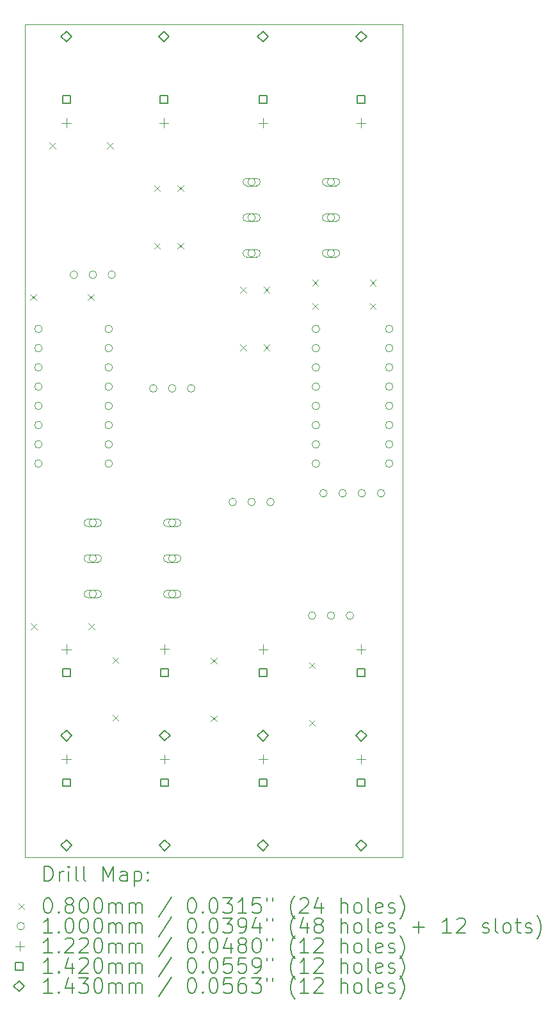
<source format=gbr>
%TF.GenerationSoftware,KiCad,Pcbnew,8.0.6-8.0.6-0~ubuntu22.04.1*%
%TF.CreationDate,2025-01-13T21:54:40+00:00*%
%TF.ProjectId,Basic_VCA,42617369-635f-4564-9341-2e6b69636164,rev?*%
%TF.SameCoordinates,Original*%
%TF.FileFunction,Drillmap*%
%TF.FilePolarity,Positive*%
%FSLAX45Y45*%
G04 Gerber Fmt 4.5, Leading zero omitted, Abs format (unit mm)*
G04 Created by KiCad (PCBNEW 8.0.6-8.0.6-0~ubuntu22.04.1) date 2025-01-13 21:54:40*
%MOMM*%
%LPD*%
G01*
G04 APERTURE LIST*
%ADD10C,0.050000*%
%ADD11C,0.200000*%
%ADD12C,0.100000*%
%ADD13C,0.122000*%
%ADD14C,0.142000*%
%ADD15C,0.143000*%
G04 APERTURE END LIST*
D10*
X15900000Y-3650000D02*
X15900000Y-14650000D01*
X10900000Y-3650000D02*
X15900000Y-3650000D01*
X10900000Y-3650000D02*
X10900000Y-14650000D01*
X10900000Y-14650000D02*
X15900000Y-14650000D01*
D11*
D12*
X10972000Y-7210000D02*
X11052000Y-7290000D01*
X11052000Y-7210000D02*
X10972000Y-7290000D01*
X10982000Y-11560000D02*
X11062000Y-11640000D01*
X11062000Y-11560000D02*
X10982000Y-11640000D01*
X11226000Y-5210000D02*
X11306000Y-5290000D01*
X11306000Y-5210000D02*
X11226000Y-5290000D01*
X11734000Y-7210000D02*
X11814000Y-7290000D01*
X11814000Y-7210000D02*
X11734000Y-7290000D01*
X11744000Y-11560000D02*
X11824000Y-11640000D01*
X11824000Y-11560000D02*
X11744000Y-11640000D01*
X11988000Y-5210000D02*
X12068000Y-5290000D01*
X12068000Y-5210000D02*
X11988000Y-5290000D01*
X12060000Y-12002000D02*
X12140000Y-12082000D01*
X12140000Y-12002000D02*
X12060000Y-12082000D01*
X12060000Y-12764000D02*
X12140000Y-12844000D01*
X12140000Y-12764000D02*
X12060000Y-12844000D01*
X12610000Y-5772000D02*
X12690000Y-5852000D01*
X12690000Y-5772000D02*
X12610000Y-5852000D01*
X12610000Y-6534000D02*
X12690000Y-6614000D01*
X12690000Y-6534000D02*
X12610000Y-6614000D01*
X12920000Y-5772000D02*
X13000000Y-5852000D01*
X13000000Y-5772000D02*
X12920000Y-5852000D01*
X12920000Y-6534000D02*
X13000000Y-6614000D01*
X13000000Y-6534000D02*
X12920000Y-6614000D01*
X13360000Y-12014000D02*
X13440000Y-12094000D01*
X13440000Y-12014000D02*
X13360000Y-12094000D01*
X13360000Y-12776000D02*
X13440000Y-12856000D01*
X13440000Y-12776000D02*
X13360000Y-12856000D01*
X13750000Y-7112000D02*
X13830000Y-7192000D01*
X13830000Y-7112000D02*
X13750000Y-7192000D01*
X13750000Y-7874000D02*
X13830000Y-7954000D01*
X13830000Y-7874000D02*
X13750000Y-7954000D01*
X14060000Y-7112000D02*
X14140000Y-7192000D01*
X14140000Y-7112000D02*
X14060000Y-7192000D01*
X14060000Y-7874000D02*
X14140000Y-7954000D01*
X14140000Y-7874000D02*
X14060000Y-7954000D01*
X14660000Y-12072000D02*
X14740000Y-12152000D01*
X14740000Y-12072000D02*
X14660000Y-12152000D01*
X14660000Y-12834000D02*
X14740000Y-12914000D01*
X14740000Y-12834000D02*
X14660000Y-12914000D01*
X14702000Y-7020000D02*
X14782000Y-7100000D01*
X14782000Y-7020000D02*
X14702000Y-7100000D01*
X14702000Y-7330000D02*
X14782000Y-7410000D01*
X14782000Y-7330000D02*
X14702000Y-7410000D01*
X15464000Y-7020000D02*
X15544000Y-7100000D01*
X15544000Y-7020000D02*
X15464000Y-7100000D01*
X15464000Y-7330000D02*
X15544000Y-7410000D01*
X15544000Y-7330000D02*
X15464000Y-7410000D01*
X11130000Y-7670000D02*
G75*
G02*
X11030000Y-7670000I-50000J0D01*
G01*
X11030000Y-7670000D02*
G75*
G02*
X11130000Y-7670000I50000J0D01*
G01*
X11130000Y-7924000D02*
G75*
G02*
X11030000Y-7924000I-50000J0D01*
G01*
X11030000Y-7924000D02*
G75*
G02*
X11130000Y-7924000I50000J0D01*
G01*
X11130000Y-8178000D02*
G75*
G02*
X11030000Y-8178000I-50000J0D01*
G01*
X11030000Y-8178000D02*
G75*
G02*
X11130000Y-8178000I50000J0D01*
G01*
X11130000Y-8432000D02*
G75*
G02*
X11030000Y-8432000I-50000J0D01*
G01*
X11030000Y-8432000D02*
G75*
G02*
X11130000Y-8432000I50000J0D01*
G01*
X11130000Y-8686000D02*
G75*
G02*
X11030000Y-8686000I-50000J0D01*
G01*
X11030000Y-8686000D02*
G75*
G02*
X11130000Y-8686000I50000J0D01*
G01*
X11130000Y-8940000D02*
G75*
G02*
X11030000Y-8940000I-50000J0D01*
G01*
X11030000Y-8940000D02*
G75*
G02*
X11130000Y-8940000I50000J0D01*
G01*
X11130000Y-9194000D02*
G75*
G02*
X11030000Y-9194000I-50000J0D01*
G01*
X11030000Y-9194000D02*
G75*
G02*
X11130000Y-9194000I50000J0D01*
G01*
X11130000Y-9448000D02*
G75*
G02*
X11030000Y-9448000I-50000J0D01*
G01*
X11030000Y-9448000D02*
G75*
G02*
X11130000Y-9448000I50000J0D01*
G01*
X11600000Y-6955000D02*
G75*
G02*
X11500000Y-6955000I-50000J0D01*
G01*
X11500000Y-6955000D02*
G75*
G02*
X11600000Y-6955000I50000J0D01*
G01*
X11850000Y-6955000D02*
G75*
G02*
X11750000Y-6955000I-50000J0D01*
G01*
X11750000Y-6955000D02*
G75*
G02*
X11850000Y-6955000I50000J0D01*
G01*
X11850000Y-10230000D02*
G75*
G02*
X11750000Y-10230000I-50000J0D01*
G01*
X11750000Y-10230000D02*
G75*
G02*
X11850000Y-10230000I50000J0D01*
G01*
X11735000Y-10280000D02*
X11865000Y-10280000D01*
X11865000Y-10180000D02*
G75*
G02*
X11865000Y-10280000I0J-50000D01*
G01*
X11865000Y-10180000D02*
X11735000Y-10180000D01*
X11735000Y-10180000D02*
G75*
G03*
X11735000Y-10280000I0J-50000D01*
G01*
X11850000Y-10700000D02*
G75*
G02*
X11750000Y-10700000I-50000J0D01*
G01*
X11750000Y-10700000D02*
G75*
G02*
X11850000Y-10700000I50000J0D01*
G01*
X11735000Y-10750000D02*
X11865000Y-10750000D01*
X11865000Y-10650000D02*
G75*
G02*
X11865000Y-10750000I0J-50000D01*
G01*
X11865000Y-10650000D02*
X11735000Y-10650000D01*
X11735000Y-10650000D02*
G75*
G03*
X11735000Y-10750000I0J-50000D01*
G01*
X11850000Y-11170000D02*
G75*
G02*
X11750000Y-11170000I-50000J0D01*
G01*
X11750000Y-11170000D02*
G75*
G02*
X11850000Y-11170000I50000J0D01*
G01*
X11735000Y-11220000D02*
X11865000Y-11220000D01*
X11865000Y-11120000D02*
G75*
G02*
X11865000Y-11220000I0J-50000D01*
G01*
X11865000Y-11120000D02*
X11735000Y-11120000D01*
X11735000Y-11120000D02*
G75*
G03*
X11735000Y-11220000I0J-50000D01*
G01*
X12060000Y-7670000D02*
G75*
G02*
X11960000Y-7670000I-50000J0D01*
G01*
X11960000Y-7670000D02*
G75*
G02*
X12060000Y-7670000I50000J0D01*
G01*
X12060000Y-7924000D02*
G75*
G02*
X11960000Y-7924000I-50000J0D01*
G01*
X11960000Y-7924000D02*
G75*
G02*
X12060000Y-7924000I50000J0D01*
G01*
X12060000Y-8178000D02*
G75*
G02*
X11960000Y-8178000I-50000J0D01*
G01*
X11960000Y-8178000D02*
G75*
G02*
X12060000Y-8178000I50000J0D01*
G01*
X12060000Y-8432000D02*
G75*
G02*
X11960000Y-8432000I-50000J0D01*
G01*
X11960000Y-8432000D02*
G75*
G02*
X12060000Y-8432000I50000J0D01*
G01*
X12060000Y-8686000D02*
G75*
G02*
X11960000Y-8686000I-50000J0D01*
G01*
X11960000Y-8686000D02*
G75*
G02*
X12060000Y-8686000I50000J0D01*
G01*
X12060000Y-8940000D02*
G75*
G02*
X11960000Y-8940000I-50000J0D01*
G01*
X11960000Y-8940000D02*
G75*
G02*
X12060000Y-8940000I50000J0D01*
G01*
X12060000Y-9194000D02*
G75*
G02*
X11960000Y-9194000I-50000J0D01*
G01*
X11960000Y-9194000D02*
G75*
G02*
X12060000Y-9194000I50000J0D01*
G01*
X12060000Y-9448000D02*
G75*
G02*
X11960000Y-9448000I-50000J0D01*
G01*
X11960000Y-9448000D02*
G75*
G02*
X12060000Y-9448000I50000J0D01*
G01*
X12100000Y-6955000D02*
G75*
G02*
X12000000Y-6955000I-50000J0D01*
G01*
X12000000Y-6955000D02*
G75*
G02*
X12100000Y-6955000I50000J0D01*
G01*
X12650000Y-8455000D02*
G75*
G02*
X12550000Y-8455000I-50000J0D01*
G01*
X12550000Y-8455000D02*
G75*
G02*
X12650000Y-8455000I50000J0D01*
G01*
X12900000Y-8455000D02*
G75*
G02*
X12800000Y-8455000I-50000J0D01*
G01*
X12800000Y-8455000D02*
G75*
G02*
X12900000Y-8455000I50000J0D01*
G01*
X12900000Y-10230000D02*
G75*
G02*
X12800000Y-10230000I-50000J0D01*
G01*
X12800000Y-10230000D02*
G75*
G02*
X12900000Y-10230000I50000J0D01*
G01*
X12785000Y-10280000D02*
X12915000Y-10280000D01*
X12915000Y-10180000D02*
G75*
G02*
X12915000Y-10280000I0J-50000D01*
G01*
X12915000Y-10180000D02*
X12785000Y-10180000D01*
X12785000Y-10180000D02*
G75*
G03*
X12785000Y-10280000I0J-50000D01*
G01*
X12900000Y-10700000D02*
G75*
G02*
X12800000Y-10700000I-50000J0D01*
G01*
X12800000Y-10700000D02*
G75*
G02*
X12900000Y-10700000I50000J0D01*
G01*
X12785000Y-10750000D02*
X12915000Y-10750000D01*
X12915000Y-10650000D02*
G75*
G02*
X12915000Y-10750000I0J-50000D01*
G01*
X12915000Y-10650000D02*
X12785000Y-10650000D01*
X12785000Y-10650000D02*
G75*
G03*
X12785000Y-10750000I0J-50000D01*
G01*
X12900000Y-11170000D02*
G75*
G02*
X12800000Y-11170000I-50000J0D01*
G01*
X12800000Y-11170000D02*
G75*
G02*
X12900000Y-11170000I50000J0D01*
G01*
X12785000Y-11220000D02*
X12915000Y-11220000D01*
X12915000Y-11120000D02*
G75*
G02*
X12915000Y-11220000I0J-50000D01*
G01*
X12915000Y-11120000D02*
X12785000Y-11120000D01*
X12785000Y-11120000D02*
G75*
G03*
X12785000Y-11220000I0J-50000D01*
G01*
X13150000Y-8455000D02*
G75*
G02*
X13050000Y-8455000I-50000J0D01*
G01*
X13050000Y-8455000D02*
G75*
G02*
X13150000Y-8455000I50000J0D01*
G01*
X13700000Y-9955000D02*
G75*
G02*
X13600000Y-9955000I-50000J0D01*
G01*
X13600000Y-9955000D02*
G75*
G02*
X13700000Y-9955000I50000J0D01*
G01*
X13950000Y-5730000D02*
G75*
G02*
X13850000Y-5730000I-50000J0D01*
G01*
X13850000Y-5730000D02*
G75*
G02*
X13950000Y-5730000I50000J0D01*
G01*
X13835000Y-5780000D02*
X13965000Y-5780000D01*
X13965000Y-5680000D02*
G75*
G02*
X13965000Y-5780000I0J-50000D01*
G01*
X13965000Y-5680000D02*
X13835000Y-5680000D01*
X13835000Y-5680000D02*
G75*
G03*
X13835000Y-5780000I0J-50000D01*
G01*
X13950000Y-6200000D02*
G75*
G02*
X13850000Y-6200000I-50000J0D01*
G01*
X13850000Y-6200000D02*
G75*
G02*
X13950000Y-6200000I50000J0D01*
G01*
X13835000Y-6250000D02*
X13965000Y-6250000D01*
X13965000Y-6150000D02*
G75*
G02*
X13965000Y-6250000I0J-50000D01*
G01*
X13965000Y-6150000D02*
X13835000Y-6150000D01*
X13835000Y-6150000D02*
G75*
G03*
X13835000Y-6250000I0J-50000D01*
G01*
X13950000Y-6670000D02*
G75*
G02*
X13850000Y-6670000I-50000J0D01*
G01*
X13850000Y-6670000D02*
G75*
G02*
X13950000Y-6670000I50000J0D01*
G01*
X13835000Y-6720000D02*
X13965000Y-6720000D01*
X13965000Y-6620000D02*
G75*
G02*
X13965000Y-6720000I0J-50000D01*
G01*
X13965000Y-6620000D02*
X13835000Y-6620000D01*
X13835000Y-6620000D02*
G75*
G03*
X13835000Y-6720000I0J-50000D01*
G01*
X13950000Y-9955000D02*
G75*
G02*
X13850000Y-9955000I-50000J0D01*
G01*
X13850000Y-9955000D02*
G75*
G02*
X13950000Y-9955000I50000J0D01*
G01*
X14200000Y-9955000D02*
G75*
G02*
X14100000Y-9955000I-50000J0D01*
G01*
X14100000Y-9955000D02*
G75*
G02*
X14200000Y-9955000I50000J0D01*
G01*
X14750000Y-11455000D02*
G75*
G02*
X14650000Y-11455000I-50000J0D01*
G01*
X14650000Y-11455000D02*
G75*
G02*
X14750000Y-11455000I50000J0D01*
G01*
X14800000Y-7670000D02*
G75*
G02*
X14700000Y-7670000I-50000J0D01*
G01*
X14700000Y-7670000D02*
G75*
G02*
X14800000Y-7670000I50000J0D01*
G01*
X14800000Y-7924000D02*
G75*
G02*
X14700000Y-7924000I-50000J0D01*
G01*
X14700000Y-7924000D02*
G75*
G02*
X14800000Y-7924000I50000J0D01*
G01*
X14800000Y-8178000D02*
G75*
G02*
X14700000Y-8178000I-50000J0D01*
G01*
X14700000Y-8178000D02*
G75*
G02*
X14800000Y-8178000I50000J0D01*
G01*
X14800000Y-8432000D02*
G75*
G02*
X14700000Y-8432000I-50000J0D01*
G01*
X14700000Y-8432000D02*
G75*
G02*
X14800000Y-8432000I50000J0D01*
G01*
X14800000Y-8686000D02*
G75*
G02*
X14700000Y-8686000I-50000J0D01*
G01*
X14700000Y-8686000D02*
G75*
G02*
X14800000Y-8686000I50000J0D01*
G01*
X14800000Y-8940000D02*
G75*
G02*
X14700000Y-8940000I-50000J0D01*
G01*
X14700000Y-8940000D02*
G75*
G02*
X14800000Y-8940000I50000J0D01*
G01*
X14800000Y-9194000D02*
G75*
G02*
X14700000Y-9194000I-50000J0D01*
G01*
X14700000Y-9194000D02*
G75*
G02*
X14800000Y-9194000I50000J0D01*
G01*
X14800000Y-9448000D02*
G75*
G02*
X14700000Y-9448000I-50000J0D01*
G01*
X14700000Y-9448000D02*
G75*
G02*
X14800000Y-9448000I50000J0D01*
G01*
X14900000Y-9840000D02*
G75*
G02*
X14800000Y-9840000I-50000J0D01*
G01*
X14800000Y-9840000D02*
G75*
G02*
X14900000Y-9840000I50000J0D01*
G01*
X15000000Y-5730000D02*
G75*
G02*
X14900000Y-5730000I-50000J0D01*
G01*
X14900000Y-5730000D02*
G75*
G02*
X15000000Y-5730000I50000J0D01*
G01*
X14885000Y-5780000D02*
X15015000Y-5780000D01*
X15015000Y-5680000D02*
G75*
G02*
X15015000Y-5780000I0J-50000D01*
G01*
X15015000Y-5680000D02*
X14885000Y-5680000D01*
X14885000Y-5680000D02*
G75*
G03*
X14885000Y-5780000I0J-50000D01*
G01*
X15000000Y-6200000D02*
G75*
G02*
X14900000Y-6200000I-50000J0D01*
G01*
X14900000Y-6200000D02*
G75*
G02*
X15000000Y-6200000I50000J0D01*
G01*
X14885000Y-6250000D02*
X15015000Y-6250000D01*
X15015000Y-6150000D02*
G75*
G02*
X15015000Y-6250000I0J-50000D01*
G01*
X15015000Y-6150000D02*
X14885000Y-6150000D01*
X14885000Y-6150000D02*
G75*
G03*
X14885000Y-6250000I0J-50000D01*
G01*
X15000000Y-6670000D02*
G75*
G02*
X14900000Y-6670000I-50000J0D01*
G01*
X14900000Y-6670000D02*
G75*
G02*
X15000000Y-6670000I50000J0D01*
G01*
X14885000Y-6720000D02*
X15015000Y-6720000D01*
X15015000Y-6620000D02*
G75*
G02*
X15015000Y-6720000I0J-50000D01*
G01*
X15015000Y-6620000D02*
X14885000Y-6620000D01*
X14885000Y-6620000D02*
G75*
G03*
X14885000Y-6720000I0J-50000D01*
G01*
X15000000Y-11455000D02*
G75*
G02*
X14900000Y-11455000I-50000J0D01*
G01*
X14900000Y-11455000D02*
G75*
G02*
X15000000Y-11455000I50000J0D01*
G01*
X15154000Y-9840000D02*
G75*
G02*
X15054000Y-9840000I-50000J0D01*
G01*
X15054000Y-9840000D02*
G75*
G02*
X15154000Y-9840000I50000J0D01*
G01*
X15250000Y-11455000D02*
G75*
G02*
X15150000Y-11455000I-50000J0D01*
G01*
X15150000Y-11455000D02*
G75*
G02*
X15250000Y-11455000I50000J0D01*
G01*
X15408000Y-9840000D02*
G75*
G02*
X15308000Y-9840000I-50000J0D01*
G01*
X15308000Y-9840000D02*
G75*
G02*
X15408000Y-9840000I50000J0D01*
G01*
X15662000Y-9840000D02*
G75*
G02*
X15562000Y-9840000I-50000J0D01*
G01*
X15562000Y-9840000D02*
G75*
G02*
X15662000Y-9840000I50000J0D01*
G01*
X15770000Y-7670000D02*
G75*
G02*
X15670000Y-7670000I-50000J0D01*
G01*
X15670000Y-7670000D02*
G75*
G02*
X15770000Y-7670000I50000J0D01*
G01*
X15770000Y-7924000D02*
G75*
G02*
X15670000Y-7924000I-50000J0D01*
G01*
X15670000Y-7924000D02*
G75*
G02*
X15770000Y-7924000I50000J0D01*
G01*
X15770000Y-8178000D02*
G75*
G02*
X15670000Y-8178000I-50000J0D01*
G01*
X15670000Y-8178000D02*
G75*
G02*
X15770000Y-8178000I50000J0D01*
G01*
X15770000Y-8432000D02*
G75*
G02*
X15670000Y-8432000I-50000J0D01*
G01*
X15670000Y-8432000D02*
G75*
G02*
X15770000Y-8432000I50000J0D01*
G01*
X15770000Y-8686000D02*
G75*
G02*
X15670000Y-8686000I-50000J0D01*
G01*
X15670000Y-8686000D02*
G75*
G02*
X15770000Y-8686000I50000J0D01*
G01*
X15770000Y-8940000D02*
G75*
G02*
X15670000Y-8940000I-50000J0D01*
G01*
X15670000Y-8940000D02*
G75*
G02*
X15770000Y-8940000I50000J0D01*
G01*
X15770000Y-9194000D02*
G75*
G02*
X15670000Y-9194000I-50000J0D01*
G01*
X15670000Y-9194000D02*
G75*
G02*
X15770000Y-9194000I50000J0D01*
G01*
X15770000Y-9448000D02*
G75*
G02*
X15670000Y-9448000I-50000J0D01*
G01*
X15670000Y-9448000D02*
G75*
G02*
X15770000Y-9448000I50000J0D01*
G01*
D13*
X11450000Y-4889000D02*
X11450000Y-5011000D01*
X11389000Y-4950000D02*
X11511000Y-4950000D01*
X11450000Y-11839000D02*
X11450000Y-11961000D01*
X11389000Y-11900000D02*
X11511000Y-11900000D01*
X11450000Y-13289000D02*
X11450000Y-13411000D01*
X11389000Y-13350000D02*
X11511000Y-13350000D01*
X12740000Y-4889000D02*
X12740000Y-5011000D01*
X12679000Y-4950000D02*
X12801000Y-4950000D01*
X12750000Y-11837000D02*
X12750000Y-11959000D01*
X12689000Y-11898000D02*
X12811000Y-11898000D01*
X12750000Y-13289000D02*
X12750000Y-13411000D01*
X12689000Y-13350000D02*
X12811000Y-13350000D01*
X14050000Y-4889000D02*
X14050000Y-5011000D01*
X13989000Y-4950000D02*
X14111000Y-4950000D01*
X14050000Y-11839000D02*
X14050000Y-11961000D01*
X13989000Y-11900000D02*
X14111000Y-11900000D01*
X14050000Y-13289000D02*
X14050000Y-13411000D01*
X13989000Y-13350000D02*
X14111000Y-13350000D01*
X15350000Y-4889000D02*
X15350000Y-5011000D01*
X15289000Y-4950000D02*
X15411000Y-4950000D01*
X15350000Y-11839000D02*
X15350000Y-11961000D01*
X15289000Y-11900000D02*
X15411000Y-11900000D01*
X15350000Y-13289000D02*
X15350000Y-13411000D01*
X15289000Y-13350000D02*
X15411000Y-13350000D01*
D14*
X11500205Y-4690205D02*
X11500205Y-4589795D01*
X11399795Y-4589795D01*
X11399795Y-4690205D01*
X11500205Y-4690205D01*
X11500205Y-12260205D02*
X11500205Y-12159795D01*
X11399795Y-12159795D01*
X11399795Y-12260205D01*
X11500205Y-12260205D01*
X11500205Y-13710205D02*
X11500205Y-13609795D01*
X11399795Y-13609795D01*
X11399795Y-13710205D01*
X11500205Y-13710205D01*
X12790205Y-4690205D02*
X12790205Y-4589795D01*
X12689795Y-4589795D01*
X12689795Y-4690205D01*
X12790205Y-4690205D01*
X12800205Y-12258205D02*
X12800205Y-12157795D01*
X12699795Y-12157795D01*
X12699795Y-12258205D01*
X12800205Y-12258205D01*
X12800205Y-13710205D02*
X12800205Y-13609795D01*
X12699795Y-13609795D01*
X12699795Y-13710205D01*
X12800205Y-13710205D01*
X14100205Y-4690205D02*
X14100205Y-4589795D01*
X13999795Y-4589795D01*
X13999795Y-4690205D01*
X14100205Y-4690205D01*
X14100205Y-12260205D02*
X14100205Y-12159795D01*
X13999795Y-12159795D01*
X13999795Y-12260205D01*
X14100205Y-12260205D01*
X14100205Y-13710205D02*
X14100205Y-13609795D01*
X13999795Y-13609795D01*
X13999795Y-13710205D01*
X14100205Y-13710205D01*
X15400205Y-4690205D02*
X15400205Y-4589795D01*
X15299795Y-4589795D01*
X15299795Y-4690205D01*
X15400205Y-4690205D01*
X15400205Y-12260205D02*
X15400205Y-12159795D01*
X15299795Y-12159795D01*
X15299795Y-12260205D01*
X15400205Y-12260205D01*
X15400205Y-13710205D02*
X15400205Y-13609795D01*
X15299795Y-13609795D01*
X15299795Y-13710205D01*
X15400205Y-13710205D01*
D15*
X11450000Y-3881500D02*
X11521500Y-3810000D01*
X11450000Y-3738500D01*
X11378500Y-3810000D01*
X11450000Y-3881500D01*
X11450000Y-13111500D02*
X11521500Y-13040000D01*
X11450000Y-12968500D01*
X11378500Y-13040000D01*
X11450000Y-13111500D01*
X11450000Y-14561500D02*
X11521500Y-14490000D01*
X11450000Y-14418500D01*
X11378500Y-14490000D01*
X11450000Y-14561500D01*
X12740000Y-3881500D02*
X12811500Y-3810000D01*
X12740000Y-3738500D01*
X12668500Y-3810000D01*
X12740000Y-3881500D01*
X12750000Y-13109500D02*
X12821500Y-13038000D01*
X12750000Y-12966500D01*
X12678500Y-13038000D01*
X12750000Y-13109500D01*
X12750000Y-14561500D02*
X12821500Y-14490000D01*
X12750000Y-14418500D01*
X12678500Y-14490000D01*
X12750000Y-14561500D01*
X14050000Y-3881500D02*
X14121500Y-3810000D01*
X14050000Y-3738500D01*
X13978500Y-3810000D01*
X14050000Y-3881500D01*
X14050000Y-13111500D02*
X14121500Y-13040000D01*
X14050000Y-12968500D01*
X13978500Y-13040000D01*
X14050000Y-13111500D01*
X14050000Y-14561500D02*
X14121500Y-14490000D01*
X14050000Y-14418500D01*
X13978500Y-14490000D01*
X14050000Y-14561500D01*
X15350000Y-3881500D02*
X15421500Y-3810000D01*
X15350000Y-3738500D01*
X15278500Y-3810000D01*
X15350000Y-3881500D01*
X15350000Y-13111500D02*
X15421500Y-13040000D01*
X15350000Y-12968500D01*
X15278500Y-13040000D01*
X15350000Y-13111500D01*
X15350000Y-14561500D02*
X15421500Y-14490000D01*
X15350000Y-14418500D01*
X15278500Y-14490000D01*
X15350000Y-14561500D01*
D11*
X11158277Y-14963984D02*
X11158277Y-14763984D01*
X11158277Y-14763984D02*
X11205896Y-14763984D01*
X11205896Y-14763984D02*
X11234467Y-14773508D01*
X11234467Y-14773508D02*
X11253515Y-14792555D01*
X11253515Y-14792555D02*
X11263039Y-14811603D01*
X11263039Y-14811603D02*
X11272562Y-14849698D01*
X11272562Y-14849698D02*
X11272562Y-14878269D01*
X11272562Y-14878269D02*
X11263039Y-14916365D01*
X11263039Y-14916365D02*
X11253515Y-14935412D01*
X11253515Y-14935412D02*
X11234467Y-14954460D01*
X11234467Y-14954460D02*
X11205896Y-14963984D01*
X11205896Y-14963984D02*
X11158277Y-14963984D01*
X11358277Y-14963984D02*
X11358277Y-14830650D01*
X11358277Y-14868746D02*
X11367801Y-14849698D01*
X11367801Y-14849698D02*
X11377324Y-14840174D01*
X11377324Y-14840174D02*
X11396372Y-14830650D01*
X11396372Y-14830650D02*
X11415420Y-14830650D01*
X11482086Y-14963984D02*
X11482086Y-14830650D01*
X11482086Y-14763984D02*
X11472562Y-14773508D01*
X11472562Y-14773508D02*
X11482086Y-14783031D01*
X11482086Y-14783031D02*
X11491610Y-14773508D01*
X11491610Y-14773508D02*
X11482086Y-14763984D01*
X11482086Y-14763984D02*
X11482086Y-14783031D01*
X11605896Y-14963984D02*
X11586848Y-14954460D01*
X11586848Y-14954460D02*
X11577324Y-14935412D01*
X11577324Y-14935412D02*
X11577324Y-14763984D01*
X11710658Y-14963984D02*
X11691610Y-14954460D01*
X11691610Y-14954460D02*
X11682086Y-14935412D01*
X11682086Y-14935412D02*
X11682086Y-14763984D01*
X11939229Y-14963984D02*
X11939229Y-14763984D01*
X11939229Y-14763984D02*
X12005896Y-14906841D01*
X12005896Y-14906841D02*
X12072562Y-14763984D01*
X12072562Y-14763984D02*
X12072562Y-14963984D01*
X12253515Y-14963984D02*
X12253515Y-14859222D01*
X12253515Y-14859222D02*
X12243991Y-14840174D01*
X12243991Y-14840174D02*
X12224943Y-14830650D01*
X12224943Y-14830650D02*
X12186848Y-14830650D01*
X12186848Y-14830650D02*
X12167801Y-14840174D01*
X12253515Y-14954460D02*
X12234467Y-14963984D01*
X12234467Y-14963984D02*
X12186848Y-14963984D01*
X12186848Y-14963984D02*
X12167801Y-14954460D01*
X12167801Y-14954460D02*
X12158277Y-14935412D01*
X12158277Y-14935412D02*
X12158277Y-14916365D01*
X12158277Y-14916365D02*
X12167801Y-14897317D01*
X12167801Y-14897317D02*
X12186848Y-14887793D01*
X12186848Y-14887793D02*
X12234467Y-14887793D01*
X12234467Y-14887793D02*
X12253515Y-14878269D01*
X12348753Y-14830650D02*
X12348753Y-15030650D01*
X12348753Y-14840174D02*
X12367801Y-14830650D01*
X12367801Y-14830650D02*
X12405896Y-14830650D01*
X12405896Y-14830650D02*
X12424943Y-14840174D01*
X12424943Y-14840174D02*
X12434467Y-14849698D01*
X12434467Y-14849698D02*
X12443991Y-14868746D01*
X12443991Y-14868746D02*
X12443991Y-14925888D01*
X12443991Y-14925888D02*
X12434467Y-14944936D01*
X12434467Y-14944936D02*
X12424943Y-14954460D01*
X12424943Y-14954460D02*
X12405896Y-14963984D01*
X12405896Y-14963984D02*
X12367801Y-14963984D01*
X12367801Y-14963984D02*
X12348753Y-14954460D01*
X12529705Y-14944936D02*
X12539229Y-14954460D01*
X12539229Y-14954460D02*
X12529705Y-14963984D01*
X12529705Y-14963984D02*
X12520182Y-14954460D01*
X12520182Y-14954460D02*
X12529705Y-14944936D01*
X12529705Y-14944936D02*
X12529705Y-14963984D01*
X12529705Y-14840174D02*
X12539229Y-14849698D01*
X12539229Y-14849698D02*
X12529705Y-14859222D01*
X12529705Y-14859222D02*
X12520182Y-14849698D01*
X12520182Y-14849698D02*
X12529705Y-14840174D01*
X12529705Y-14840174D02*
X12529705Y-14859222D01*
D12*
X10817500Y-15252500D02*
X10897500Y-15332500D01*
X10897500Y-15252500D02*
X10817500Y-15332500D01*
D11*
X11196372Y-15183984D02*
X11215420Y-15183984D01*
X11215420Y-15183984D02*
X11234467Y-15193508D01*
X11234467Y-15193508D02*
X11243991Y-15203031D01*
X11243991Y-15203031D02*
X11253515Y-15222079D01*
X11253515Y-15222079D02*
X11263039Y-15260174D01*
X11263039Y-15260174D02*
X11263039Y-15307793D01*
X11263039Y-15307793D02*
X11253515Y-15345888D01*
X11253515Y-15345888D02*
X11243991Y-15364936D01*
X11243991Y-15364936D02*
X11234467Y-15374460D01*
X11234467Y-15374460D02*
X11215420Y-15383984D01*
X11215420Y-15383984D02*
X11196372Y-15383984D01*
X11196372Y-15383984D02*
X11177324Y-15374460D01*
X11177324Y-15374460D02*
X11167801Y-15364936D01*
X11167801Y-15364936D02*
X11158277Y-15345888D01*
X11158277Y-15345888D02*
X11148753Y-15307793D01*
X11148753Y-15307793D02*
X11148753Y-15260174D01*
X11148753Y-15260174D02*
X11158277Y-15222079D01*
X11158277Y-15222079D02*
X11167801Y-15203031D01*
X11167801Y-15203031D02*
X11177324Y-15193508D01*
X11177324Y-15193508D02*
X11196372Y-15183984D01*
X11348753Y-15364936D02*
X11358277Y-15374460D01*
X11358277Y-15374460D02*
X11348753Y-15383984D01*
X11348753Y-15383984D02*
X11339229Y-15374460D01*
X11339229Y-15374460D02*
X11348753Y-15364936D01*
X11348753Y-15364936D02*
X11348753Y-15383984D01*
X11472562Y-15269698D02*
X11453515Y-15260174D01*
X11453515Y-15260174D02*
X11443991Y-15250650D01*
X11443991Y-15250650D02*
X11434467Y-15231603D01*
X11434467Y-15231603D02*
X11434467Y-15222079D01*
X11434467Y-15222079D02*
X11443991Y-15203031D01*
X11443991Y-15203031D02*
X11453515Y-15193508D01*
X11453515Y-15193508D02*
X11472562Y-15183984D01*
X11472562Y-15183984D02*
X11510658Y-15183984D01*
X11510658Y-15183984D02*
X11529705Y-15193508D01*
X11529705Y-15193508D02*
X11539229Y-15203031D01*
X11539229Y-15203031D02*
X11548753Y-15222079D01*
X11548753Y-15222079D02*
X11548753Y-15231603D01*
X11548753Y-15231603D02*
X11539229Y-15250650D01*
X11539229Y-15250650D02*
X11529705Y-15260174D01*
X11529705Y-15260174D02*
X11510658Y-15269698D01*
X11510658Y-15269698D02*
X11472562Y-15269698D01*
X11472562Y-15269698D02*
X11453515Y-15279222D01*
X11453515Y-15279222D02*
X11443991Y-15288746D01*
X11443991Y-15288746D02*
X11434467Y-15307793D01*
X11434467Y-15307793D02*
X11434467Y-15345888D01*
X11434467Y-15345888D02*
X11443991Y-15364936D01*
X11443991Y-15364936D02*
X11453515Y-15374460D01*
X11453515Y-15374460D02*
X11472562Y-15383984D01*
X11472562Y-15383984D02*
X11510658Y-15383984D01*
X11510658Y-15383984D02*
X11529705Y-15374460D01*
X11529705Y-15374460D02*
X11539229Y-15364936D01*
X11539229Y-15364936D02*
X11548753Y-15345888D01*
X11548753Y-15345888D02*
X11548753Y-15307793D01*
X11548753Y-15307793D02*
X11539229Y-15288746D01*
X11539229Y-15288746D02*
X11529705Y-15279222D01*
X11529705Y-15279222D02*
X11510658Y-15269698D01*
X11672562Y-15183984D02*
X11691610Y-15183984D01*
X11691610Y-15183984D02*
X11710658Y-15193508D01*
X11710658Y-15193508D02*
X11720182Y-15203031D01*
X11720182Y-15203031D02*
X11729705Y-15222079D01*
X11729705Y-15222079D02*
X11739229Y-15260174D01*
X11739229Y-15260174D02*
X11739229Y-15307793D01*
X11739229Y-15307793D02*
X11729705Y-15345888D01*
X11729705Y-15345888D02*
X11720182Y-15364936D01*
X11720182Y-15364936D02*
X11710658Y-15374460D01*
X11710658Y-15374460D02*
X11691610Y-15383984D01*
X11691610Y-15383984D02*
X11672562Y-15383984D01*
X11672562Y-15383984D02*
X11653515Y-15374460D01*
X11653515Y-15374460D02*
X11643991Y-15364936D01*
X11643991Y-15364936D02*
X11634467Y-15345888D01*
X11634467Y-15345888D02*
X11624943Y-15307793D01*
X11624943Y-15307793D02*
X11624943Y-15260174D01*
X11624943Y-15260174D02*
X11634467Y-15222079D01*
X11634467Y-15222079D02*
X11643991Y-15203031D01*
X11643991Y-15203031D02*
X11653515Y-15193508D01*
X11653515Y-15193508D02*
X11672562Y-15183984D01*
X11863039Y-15183984D02*
X11882086Y-15183984D01*
X11882086Y-15183984D02*
X11901134Y-15193508D01*
X11901134Y-15193508D02*
X11910658Y-15203031D01*
X11910658Y-15203031D02*
X11920182Y-15222079D01*
X11920182Y-15222079D02*
X11929705Y-15260174D01*
X11929705Y-15260174D02*
X11929705Y-15307793D01*
X11929705Y-15307793D02*
X11920182Y-15345888D01*
X11920182Y-15345888D02*
X11910658Y-15364936D01*
X11910658Y-15364936D02*
X11901134Y-15374460D01*
X11901134Y-15374460D02*
X11882086Y-15383984D01*
X11882086Y-15383984D02*
X11863039Y-15383984D01*
X11863039Y-15383984D02*
X11843991Y-15374460D01*
X11843991Y-15374460D02*
X11834467Y-15364936D01*
X11834467Y-15364936D02*
X11824943Y-15345888D01*
X11824943Y-15345888D02*
X11815420Y-15307793D01*
X11815420Y-15307793D02*
X11815420Y-15260174D01*
X11815420Y-15260174D02*
X11824943Y-15222079D01*
X11824943Y-15222079D02*
X11834467Y-15203031D01*
X11834467Y-15203031D02*
X11843991Y-15193508D01*
X11843991Y-15193508D02*
X11863039Y-15183984D01*
X12015420Y-15383984D02*
X12015420Y-15250650D01*
X12015420Y-15269698D02*
X12024943Y-15260174D01*
X12024943Y-15260174D02*
X12043991Y-15250650D01*
X12043991Y-15250650D02*
X12072563Y-15250650D01*
X12072563Y-15250650D02*
X12091610Y-15260174D01*
X12091610Y-15260174D02*
X12101134Y-15279222D01*
X12101134Y-15279222D02*
X12101134Y-15383984D01*
X12101134Y-15279222D02*
X12110658Y-15260174D01*
X12110658Y-15260174D02*
X12129705Y-15250650D01*
X12129705Y-15250650D02*
X12158277Y-15250650D01*
X12158277Y-15250650D02*
X12177324Y-15260174D01*
X12177324Y-15260174D02*
X12186848Y-15279222D01*
X12186848Y-15279222D02*
X12186848Y-15383984D01*
X12282086Y-15383984D02*
X12282086Y-15250650D01*
X12282086Y-15269698D02*
X12291610Y-15260174D01*
X12291610Y-15260174D02*
X12310658Y-15250650D01*
X12310658Y-15250650D02*
X12339229Y-15250650D01*
X12339229Y-15250650D02*
X12358277Y-15260174D01*
X12358277Y-15260174D02*
X12367801Y-15279222D01*
X12367801Y-15279222D02*
X12367801Y-15383984D01*
X12367801Y-15279222D02*
X12377324Y-15260174D01*
X12377324Y-15260174D02*
X12396372Y-15250650D01*
X12396372Y-15250650D02*
X12424943Y-15250650D01*
X12424943Y-15250650D02*
X12443991Y-15260174D01*
X12443991Y-15260174D02*
X12453515Y-15279222D01*
X12453515Y-15279222D02*
X12453515Y-15383984D01*
X12843991Y-15174460D02*
X12672563Y-15431603D01*
X13101134Y-15183984D02*
X13120182Y-15183984D01*
X13120182Y-15183984D02*
X13139229Y-15193508D01*
X13139229Y-15193508D02*
X13148753Y-15203031D01*
X13148753Y-15203031D02*
X13158277Y-15222079D01*
X13158277Y-15222079D02*
X13167801Y-15260174D01*
X13167801Y-15260174D02*
X13167801Y-15307793D01*
X13167801Y-15307793D02*
X13158277Y-15345888D01*
X13158277Y-15345888D02*
X13148753Y-15364936D01*
X13148753Y-15364936D02*
X13139229Y-15374460D01*
X13139229Y-15374460D02*
X13120182Y-15383984D01*
X13120182Y-15383984D02*
X13101134Y-15383984D01*
X13101134Y-15383984D02*
X13082086Y-15374460D01*
X13082086Y-15374460D02*
X13072563Y-15364936D01*
X13072563Y-15364936D02*
X13063039Y-15345888D01*
X13063039Y-15345888D02*
X13053515Y-15307793D01*
X13053515Y-15307793D02*
X13053515Y-15260174D01*
X13053515Y-15260174D02*
X13063039Y-15222079D01*
X13063039Y-15222079D02*
X13072563Y-15203031D01*
X13072563Y-15203031D02*
X13082086Y-15193508D01*
X13082086Y-15193508D02*
X13101134Y-15183984D01*
X13253515Y-15364936D02*
X13263039Y-15374460D01*
X13263039Y-15374460D02*
X13253515Y-15383984D01*
X13253515Y-15383984D02*
X13243991Y-15374460D01*
X13243991Y-15374460D02*
X13253515Y-15364936D01*
X13253515Y-15364936D02*
X13253515Y-15383984D01*
X13386848Y-15183984D02*
X13405896Y-15183984D01*
X13405896Y-15183984D02*
X13424944Y-15193508D01*
X13424944Y-15193508D02*
X13434467Y-15203031D01*
X13434467Y-15203031D02*
X13443991Y-15222079D01*
X13443991Y-15222079D02*
X13453515Y-15260174D01*
X13453515Y-15260174D02*
X13453515Y-15307793D01*
X13453515Y-15307793D02*
X13443991Y-15345888D01*
X13443991Y-15345888D02*
X13434467Y-15364936D01*
X13434467Y-15364936D02*
X13424944Y-15374460D01*
X13424944Y-15374460D02*
X13405896Y-15383984D01*
X13405896Y-15383984D02*
X13386848Y-15383984D01*
X13386848Y-15383984D02*
X13367801Y-15374460D01*
X13367801Y-15374460D02*
X13358277Y-15364936D01*
X13358277Y-15364936D02*
X13348753Y-15345888D01*
X13348753Y-15345888D02*
X13339229Y-15307793D01*
X13339229Y-15307793D02*
X13339229Y-15260174D01*
X13339229Y-15260174D02*
X13348753Y-15222079D01*
X13348753Y-15222079D02*
X13358277Y-15203031D01*
X13358277Y-15203031D02*
X13367801Y-15193508D01*
X13367801Y-15193508D02*
X13386848Y-15183984D01*
X13520182Y-15183984D02*
X13643991Y-15183984D01*
X13643991Y-15183984D02*
X13577325Y-15260174D01*
X13577325Y-15260174D02*
X13605896Y-15260174D01*
X13605896Y-15260174D02*
X13624944Y-15269698D01*
X13624944Y-15269698D02*
X13634467Y-15279222D01*
X13634467Y-15279222D02*
X13643991Y-15298269D01*
X13643991Y-15298269D02*
X13643991Y-15345888D01*
X13643991Y-15345888D02*
X13634467Y-15364936D01*
X13634467Y-15364936D02*
X13624944Y-15374460D01*
X13624944Y-15374460D02*
X13605896Y-15383984D01*
X13605896Y-15383984D02*
X13548753Y-15383984D01*
X13548753Y-15383984D02*
X13529706Y-15374460D01*
X13529706Y-15374460D02*
X13520182Y-15364936D01*
X13834467Y-15383984D02*
X13720182Y-15383984D01*
X13777325Y-15383984D02*
X13777325Y-15183984D01*
X13777325Y-15183984D02*
X13758277Y-15212555D01*
X13758277Y-15212555D02*
X13739229Y-15231603D01*
X13739229Y-15231603D02*
X13720182Y-15241127D01*
X14015420Y-15183984D02*
X13920182Y-15183984D01*
X13920182Y-15183984D02*
X13910658Y-15279222D01*
X13910658Y-15279222D02*
X13920182Y-15269698D01*
X13920182Y-15269698D02*
X13939229Y-15260174D01*
X13939229Y-15260174D02*
X13986848Y-15260174D01*
X13986848Y-15260174D02*
X14005896Y-15269698D01*
X14005896Y-15269698D02*
X14015420Y-15279222D01*
X14015420Y-15279222D02*
X14024944Y-15298269D01*
X14024944Y-15298269D02*
X14024944Y-15345888D01*
X14024944Y-15345888D02*
X14015420Y-15364936D01*
X14015420Y-15364936D02*
X14005896Y-15374460D01*
X14005896Y-15374460D02*
X13986848Y-15383984D01*
X13986848Y-15383984D02*
X13939229Y-15383984D01*
X13939229Y-15383984D02*
X13920182Y-15374460D01*
X13920182Y-15374460D02*
X13910658Y-15364936D01*
X14101134Y-15183984D02*
X14101134Y-15222079D01*
X14177325Y-15183984D02*
X14177325Y-15222079D01*
X14472563Y-15460174D02*
X14463039Y-15450650D01*
X14463039Y-15450650D02*
X14443991Y-15422079D01*
X14443991Y-15422079D02*
X14434468Y-15403031D01*
X14434468Y-15403031D02*
X14424944Y-15374460D01*
X14424944Y-15374460D02*
X14415420Y-15326841D01*
X14415420Y-15326841D02*
X14415420Y-15288746D01*
X14415420Y-15288746D02*
X14424944Y-15241127D01*
X14424944Y-15241127D02*
X14434468Y-15212555D01*
X14434468Y-15212555D02*
X14443991Y-15193508D01*
X14443991Y-15193508D02*
X14463039Y-15164936D01*
X14463039Y-15164936D02*
X14472563Y-15155412D01*
X14539229Y-15203031D02*
X14548753Y-15193508D01*
X14548753Y-15193508D02*
X14567801Y-15183984D01*
X14567801Y-15183984D02*
X14615420Y-15183984D01*
X14615420Y-15183984D02*
X14634468Y-15193508D01*
X14634468Y-15193508D02*
X14643991Y-15203031D01*
X14643991Y-15203031D02*
X14653515Y-15222079D01*
X14653515Y-15222079D02*
X14653515Y-15241127D01*
X14653515Y-15241127D02*
X14643991Y-15269698D01*
X14643991Y-15269698D02*
X14529706Y-15383984D01*
X14529706Y-15383984D02*
X14653515Y-15383984D01*
X14824944Y-15250650D02*
X14824944Y-15383984D01*
X14777325Y-15174460D02*
X14729706Y-15317317D01*
X14729706Y-15317317D02*
X14853515Y-15317317D01*
X15082087Y-15383984D02*
X15082087Y-15183984D01*
X15167801Y-15383984D02*
X15167801Y-15279222D01*
X15167801Y-15279222D02*
X15158277Y-15260174D01*
X15158277Y-15260174D02*
X15139230Y-15250650D01*
X15139230Y-15250650D02*
X15110658Y-15250650D01*
X15110658Y-15250650D02*
X15091610Y-15260174D01*
X15091610Y-15260174D02*
X15082087Y-15269698D01*
X15291610Y-15383984D02*
X15272563Y-15374460D01*
X15272563Y-15374460D02*
X15263039Y-15364936D01*
X15263039Y-15364936D02*
X15253515Y-15345888D01*
X15253515Y-15345888D02*
X15253515Y-15288746D01*
X15253515Y-15288746D02*
X15263039Y-15269698D01*
X15263039Y-15269698D02*
X15272563Y-15260174D01*
X15272563Y-15260174D02*
X15291610Y-15250650D01*
X15291610Y-15250650D02*
X15320182Y-15250650D01*
X15320182Y-15250650D02*
X15339230Y-15260174D01*
X15339230Y-15260174D02*
X15348753Y-15269698D01*
X15348753Y-15269698D02*
X15358277Y-15288746D01*
X15358277Y-15288746D02*
X15358277Y-15345888D01*
X15358277Y-15345888D02*
X15348753Y-15364936D01*
X15348753Y-15364936D02*
X15339230Y-15374460D01*
X15339230Y-15374460D02*
X15320182Y-15383984D01*
X15320182Y-15383984D02*
X15291610Y-15383984D01*
X15472563Y-15383984D02*
X15453515Y-15374460D01*
X15453515Y-15374460D02*
X15443991Y-15355412D01*
X15443991Y-15355412D02*
X15443991Y-15183984D01*
X15624944Y-15374460D02*
X15605896Y-15383984D01*
X15605896Y-15383984D02*
X15567801Y-15383984D01*
X15567801Y-15383984D02*
X15548753Y-15374460D01*
X15548753Y-15374460D02*
X15539230Y-15355412D01*
X15539230Y-15355412D02*
X15539230Y-15279222D01*
X15539230Y-15279222D02*
X15548753Y-15260174D01*
X15548753Y-15260174D02*
X15567801Y-15250650D01*
X15567801Y-15250650D02*
X15605896Y-15250650D01*
X15605896Y-15250650D02*
X15624944Y-15260174D01*
X15624944Y-15260174D02*
X15634468Y-15279222D01*
X15634468Y-15279222D02*
X15634468Y-15298269D01*
X15634468Y-15298269D02*
X15539230Y-15317317D01*
X15710658Y-15374460D02*
X15729706Y-15383984D01*
X15729706Y-15383984D02*
X15767801Y-15383984D01*
X15767801Y-15383984D02*
X15786849Y-15374460D01*
X15786849Y-15374460D02*
X15796372Y-15355412D01*
X15796372Y-15355412D02*
X15796372Y-15345888D01*
X15796372Y-15345888D02*
X15786849Y-15326841D01*
X15786849Y-15326841D02*
X15767801Y-15317317D01*
X15767801Y-15317317D02*
X15739230Y-15317317D01*
X15739230Y-15317317D02*
X15720182Y-15307793D01*
X15720182Y-15307793D02*
X15710658Y-15288746D01*
X15710658Y-15288746D02*
X15710658Y-15279222D01*
X15710658Y-15279222D02*
X15720182Y-15260174D01*
X15720182Y-15260174D02*
X15739230Y-15250650D01*
X15739230Y-15250650D02*
X15767801Y-15250650D01*
X15767801Y-15250650D02*
X15786849Y-15260174D01*
X15863039Y-15460174D02*
X15872563Y-15450650D01*
X15872563Y-15450650D02*
X15891611Y-15422079D01*
X15891611Y-15422079D02*
X15901134Y-15403031D01*
X15901134Y-15403031D02*
X15910658Y-15374460D01*
X15910658Y-15374460D02*
X15920182Y-15326841D01*
X15920182Y-15326841D02*
X15920182Y-15288746D01*
X15920182Y-15288746D02*
X15910658Y-15241127D01*
X15910658Y-15241127D02*
X15901134Y-15212555D01*
X15901134Y-15212555D02*
X15891611Y-15193508D01*
X15891611Y-15193508D02*
X15872563Y-15164936D01*
X15872563Y-15164936D02*
X15863039Y-15155412D01*
D12*
X10897500Y-15556500D02*
G75*
G02*
X10797500Y-15556500I-50000J0D01*
G01*
X10797500Y-15556500D02*
G75*
G02*
X10897500Y-15556500I50000J0D01*
G01*
D11*
X11263039Y-15647984D02*
X11148753Y-15647984D01*
X11205896Y-15647984D02*
X11205896Y-15447984D01*
X11205896Y-15447984D02*
X11186848Y-15476555D01*
X11186848Y-15476555D02*
X11167801Y-15495603D01*
X11167801Y-15495603D02*
X11148753Y-15505127D01*
X11348753Y-15628936D02*
X11358277Y-15638460D01*
X11358277Y-15638460D02*
X11348753Y-15647984D01*
X11348753Y-15647984D02*
X11339229Y-15638460D01*
X11339229Y-15638460D02*
X11348753Y-15628936D01*
X11348753Y-15628936D02*
X11348753Y-15647984D01*
X11482086Y-15447984D02*
X11501134Y-15447984D01*
X11501134Y-15447984D02*
X11520182Y-15457508D01*
X11520182Y-15457508D02*
X11529705Y-15467031D01*
X11529705Y-15467031D02*
X11539229Y-15486079D01*
X11539229Y-15486079D02*
X11548753Y-15524174D01*
X11548753Y-15524174D02*
X11548753Y-15571793D01*
X11548753Y-15571793D02*
X11539229Y-15609888D01*
X11539229Y-15609888D02*
X11529705Y-15628936D01*
X11529705Y-15628936D02*
X11520182Y-15638460D01*
X11520182Y-15638460D02*
X11501134Y-15647984D01*
X11501134Y-15647984D02*
X11482086Y-15647984D01*
X11482086Y-15647984D02*
X11463039Y-15638460D01*
X11463039Y-15638460D02*
X11453515Y-15628936D01*
X11453515Y-15628936D02*
X11443991Y-15609888D01*
X11443991Y-15609888D02*
X11434467Y-15571793D01*
X11434467Y-15571793D02*
X11434467Y-15524174D01*
X11434467Y-15524174D02*
X11443991Y-15486079D01*
X11443991Y-15486079D02*
X11453515Y-15467031D01*
X11453515Y-15467031D02*
X11463039Y-15457508D01*
X11463039Y-15457508D02*
X11482086Y-15447984D01*
X11672562Y-15447984D02*
X11691610Y-15447984D01*
X11691610Y-15447984D02*
X11710658Y-15457508D01*
X11710658Y-15457508D02*
X11720182Y-15467031D01*
X11720182Y-15467031D02*
X11729705Y-15486079D01*
X11729705Y-15486079D02*
X11739229Y-15524174D01*
X11739229Y-15524174D02*
X11739229Y-15571793D01*
X11739229Y-15571793D02*
X11729705Y-15609888D01*
X11729705Y-15609888D02*
X11720182Y-15628936D01*
X11720182Y-15628936D02*
X11710658Y-15638460D01*
X11710658Y-15638460D02*
X11691610Y-15647984D01*
X11691610Y-15647984D02*
X11672562Y-15647984D01*
X11672562Y-15647984D02*
X11653515Y-15638460D01*
X11653515Y-15638460D02*
X11643991Y-15628936D01*
X11643991Y-15628936D02*
X11634467Y-15609888D01*
X11634467Y-15609888D02*
X11624943Y-15571793D01*
X11624943Y-15571793D02*
X11624943Y-15524174D01*
X11624943Y-15524174D02*
X11634467Y-15486079D01*
X11634467Y-15486079D02*
X11643991Y-15467031D01*
X11643991Y-15467031D02*
X11653515Y-15457508D01*
X11653515Y-15457508D02*
X11672562Y-15447984D01*
X11863039Y-15447984D02*
X11882086Y-15447984D01*
X11882086Y-15447984D02*
X11901134Y-15457508D01*
X11901134Y-15457508D02*
X11910658Y-15467031D01*
X11910658Y-15467031D02*
X11920182Y-15486079D01*
X11920182Y-15486079D02*
X11929705Y-15524174D01*
X11929705Y-15524174D02*
X11929705Y-15571793D01*
X11929705Y-15571793D02*
X11920182Y-15609888D01*
X11920182Y-15609888D02*
X11910658Y-15628936D01*
X11910658Y-15628936D02*
X11901134Y-15638460D01*
X11901134Y-15638460D02*
X11882086Y-15647984D01*
X11882086Y-15647984D02*
X11863039Y-15647984D01*
X11863039Y-15647984D02*
X11843991Y-15638460D01*
X11843991Y-15638460D02*
X11834467Y-15628936D01*
X11834467Y-15628936D02*
X11824943Y-15609888D01*
X11824943Y-15609888D02*
X11815420Y-15571793D01*
X11815420Y-15571793D02*
X11815420Y-15524174D01*
X11815420Y-15524174D02*
X11824943Y-15486079D01*
X11824943Y-15486079D02*
X11834467Y-15467031D01*
X11834467Y-15467031D02*
X11843991Y-15457508D01*
X11843991Y-15457508D02*
X11863039Y-15447984D01*
X12015420Y-15647984D02*
X12015420Y-15514650D01*
X12015420Y-15533698D02*
X12024943Y-15524174D01*
X12024943Y-15524174D02*
X12043991Y-15514650D01*
X12043991Y-15514650D02*
X12072563Y-15514650D01*
X12072563Y-15514650D02*
X12091610Y-15524174D01*
X12091610Y-15524174D02*
X12101134Y-15543222D01*
X12101134Y-15543222D02*
X12101134Y-15647984D01*
X12101134Y-15543222D02*
X12110658Y-15524174D01*
X12110658Y-15524174D02*
X12129705Y-15514650D01*
X12129705Y-15514650D02*
X12158277Y-15514650D01*
X12158277Y-15514650D02*
X12177324Y-15524174D01*
X12177324Y-15524174D02*
X12186848Y-15543222D01*
X12186848Y-15543222D02*
X12186848Y-15647984D01*
X12282086Y-15647984D02*
X12282086Y-15514650D01*
X12282086Y-15533698D02*
X12291610Y-15524174D01*
X12291610Y-15524174D02*
X12310658Y-15514650D01*
X12310658Y-15514650D02*
X12339229Y-15514650D01*
X12339229Y-15514650D02*
X12358277Y-15524174D01*
X12358277Y-15524174D02*
X12367801Y-15543222D01*
X12367801Y-15543222D02*
X12367801Y-15647984D01*
X12367801Y-15543222D02*
X12377324Y-15524174D01*
X12377324Y-15524174D02*
X12396372Y-15514650D01*
X12396372Y-15514650D02*
X12424943Y-15514650D01*
X12424943Y-15514650D02*
X12443991Y-15524174D01*
X12443991Y-15524174D02*
X12453515Y-15543222D01*
X12453515Y-15543222D02*
X12453515Y-15647984D01*
X12843991Y-15438460D02*
X12672563Y-15695603D01*
X13101134Y-15447984D02*
X13120182Y-15447984D01*
X13120182Y-15447984D02*
X13139229Y-15457508D01*
X13139229Y-15457508D02*
X13148753Y-15467031D01*
X13148753Y-15467031D02*
X13158277Y-15486079D01*
X13158277Y-15486079D02*
X13167801Y-15524174D01*
X13167801Y-15524174D02*
X13167801Y-15571793D01*
X13167801Y-15571793D02*
X13158277Y-15609888D01*
X13158277Y-15609888D02*
X13148753Y-15628936D01*
X13148753Y-15628936D02*
X13139229Y-15638460D01*
X13139229Y-15638460D02*
X13120182Y-15647984D01*
X13120182Y-15647984D02*
X13101134Y-15647984D01*
X13101134Y-15647984D02*
X13082086Y-15638460D01*
X13082086Y-15638460D02*
X13072563Y-15628936D01*
X13072563Y-15628936D02*
X13063039Y-15609888D01*
X13063039Y-15609888D02*
X13053515Y-15571793D01*
X13053515Y-15571793D02*
X13053515Y-15524174D01*
X13053515Y-15524174D02*
X13063039Y-15486079D01*
X13063039Y-15486079D02*
X13072563Y-15467031D01*
X13072563Y-15467031D02*
X13082086Y-15457508D01*
X13082086Y-15457508D02*
X13101134Y-15447984D01*
X13253515Y-15628936D02*
X13263039Y-15638460D01*
X13263039Y-15638460D02*
X13253515Y-15647984D01*
X13253515Y-15647984D02*
X13243991Y-15638460D01*
X13243991Y-15638460D02*
X13253515Y-15628936D01*
X13253515Y-15628936D02*
X13253515Y-15647984D01*
X13386848Y-15447984D02*
X13405896Y-15447984D01*
X13405896Y-15447984D02*
X13424944Y-15457508D01*
X13424944Y-15457508D02*
X13434467Y-15467031D01*
X13434467Y-15467031D02*
X13443991Y-15486079D01*
X13443991Y-15486079D02*
X13453515Y-15524174D01*
X13453515Y-15524174D02*
X13453515Y-15571793D01*
X13453515Y-15571793D02*
X13443991Y-15609888D01*
X13443991Y-15609888D02*
X13434467Y-15628936D01*
X13434467Y-15628936D02*
X13424944Y-15638460D01*
X13424944Y-15638460D02*
X13405896Y-15647984D01*
X13405896Y-15647984D02*
X13386848Y-15647984D01*
X13386848Y-15647984D02*
X13367801Y-15638460D01*
X13367801Y-15638460D02*
X13358277Y-15628936D01*
X13358277Y-15628936D02*
X13348753Y-15609888D01*
X13348753Y-15609888D02*
X13339229Y-15571793D01*
X13339229Y-15571793D02*
X13339229Y-15524174D01*
X13339229Y-15524174D02*
X13348753Y-15486079D01*
X13348753Y-15486079D02*
X13358277Y-15467031D01*
X13358277Y-15467031D02*
X13367801Y-15457508D01*
X13367801Y-15457508D02*
X13386848Y-15447984D01*
X13520182Y-15447984D02*
X13643991Y-15447984D01*
X13643991Y-15447984D02*
X13577325Y-15524174D01*
X13577325Y-15524174D02*
X13605896Y-15524174D01*
X13605896Y-15524174D02*
X13624944Y-15533698D01*
X13624944Y-15533698D02*
X13634467Y-15543222D01*
X13634467Y-15543222D02*
X13643991Y-15562269D01*
X13643991Y-15562269D02*
X13643991Y-15609888D01*
X13643991Y-15609888D02*
X13634467Y-15628936D01*
X13634467Y-15628936D02*
X13624944Y-15638460D01*
X13624944Y-15638460D02*
X13605896Y-15647984D01*
X13605896Y-15647984D02*
X13548753Y-15647984D01*
X13548753Y-15647984D02*
X13529706Y-15638460D01*
X13529706Y-15638460D02*
X13520182Y-15628936D01*
X13739229Y-15647984D02*
X13777325Y-15647984D01*
X13777325Y-15647984D02*
X13796372Y-15638460D01*
X13796372Y-15638460D02*
X13805896Y-15628936D01*
X13805896Y-15628936D02*
X13824944Y-15600365D01*
X13824944Y-15600365D02*
X13834467Y-15562269D01*
X13834467Y-15562269D02*
X13834467Y-15486079D01*
X13834467Y-15486079D02*
X13824944Y-15467031D01*
X13824944Y-15467031D02*
X13815420Y-15457508D01*
X13815420Y-15457508D02*
X13796372Y-15447984D01*
X13796372Y-15447984D02*
X13758277Y-15447984D01*
X13758277Y-15447984D02*
X13739229Y-15457508D01*
X13739229Y-15457508D02*
X13729706Y-15467031D01*
X13729706Y-15467031D02*
X13720182Y-15486079D01*
X13720182Y-15486079D02*
X13720182Y-15533698D01*
X13720182Y-15533698D02*
X13729706Y-15552746D01*
X13729706Y-15552746D02*
X13739229Y-15562269D01*
X13739229Y-15562269D02*
X13758277Y-15571793D01*
X13758277Y-15571793D02*
X13796372Y-15571793D01*
X13796372Y-15571793D02*
X13815420Y-15562269D01*
X13815420Y-15562269D02*
X13824944Y-15552746D01*
X13824944Y-15552746D02*
X13834467Y-15533698D01*
X14005896Y-15514650D02*
X14005896Y-15647984D01*
X13958277Y-15438460D02*
X13910658Y-15581317D01*
X13910658Y-15581317D02*
X14034467Y-15581317D01*
X14101134Y-15447984D02*
X14101134Y-15486079D01*
X14177325Y-15447984D02*
X14177325Y-15486079D01*
X14472563Y-15724174D02*
X14463039Y-15714650D01*
X14463039Y-15714650D02*
X14443991Y-15686079D01*
X14443991Y-15686079D02*
X14434468Y-15667031D01*
X14434468Y-15667031D02*
X14424944Y-15638460D01*
X14424944Y-15638460D02*
X14415420Y-15590841D01*
X14415420Y-15590841D02*
X14415420Y-15552746D01*
X14415420Y-15552746D02*
X14424944Y-15505127D01*
X14424944Y-15505127D02*
X14434468Y-15476555D01*
X14434468Y-15476555D02*
X14443991Y-15457508D01*
X14443991Y-15457508D02*
X14463039Y-15428936D01*
X14463039Y-15428936D02*
X14472563Y-15419412D01*
X14634468Y-15514650D02*
X14634468Y-15647984D01*
X14586848Y-15438460D02*
X14539229Y-15581317D01*
X14539229Y-15581317D02*
X14663039Y-15581317D01*
X14767801Y-15533698D02*
X14748753Y-15524174D01*
X14748753Y-15524174D02*
X14739229Y-15514650D01*
X14739229Y-15514650D02*
X14729706Y-15495603D01*
X14729706Y-15495603D02*
X14729706Y-15486079D01*
X14729706Y-15486079D02*
X14739229Y-15467031D01*
X14739229Y-15467031D02*
X14748753Y-15457508D01*
X14748753Y-15457508D02*
X14767801Y-15447984D01*
X14767801Y-15447984D02*
X14805896Y-15447984D01*
X14805896Y-15447984D02*
X14824944Y-15457508D01*
X14824944Y-15457508D02*
X14834468Y-15467031D01*
X14834468Y-15467031D02*
X14843991Y-15486079D01*
X14843991Y-15486079D02*
X14843991Y-15495603D01*
X14843991Y-15495603D02*
X14834468Y-15514650D01*
X14834468Y-15514650D02*
X14824944Y-15524174D01*
X14824944Y-15524174D02*
X14805896Y-15533698D01*
X14805896Y-15533698D02*
X14767801Y-15533698D01*
X14767801Y-15533698D02*
X14748753Y-15543222D01*
X14748753Y-15543222D02*
X14739229Y-15552746D01*
X14739229Y-15552746D02*
X14729706Y-15571793D01*
X14729706Y-15571793D02*
X14729706Y-15609888D01*
X14729706Y-15609888D02*
X14739229Y-15628936D01*
X14739229Y-15628936D02*
X14748753Y-15638460D01*
X14748753Y-15638460D02*
X14767801Y-15647984D01*
X14767801Y-15647984D02*
X14805896Y-15647984D01*
X14805896Y-15647984D02*
X14824944Y-15638460D01*
X14824944Y-15638460D02*
X14834468Y-15628936D01*
X14834468Y-15628936D02*
X14843991Y-15609888D01*
X14843991Y-15609888D02*
X14843991Y-15571793D01*
X14843991Y-15571793D02*
X14834468Y-15552746D01*
X14834468Y-15552746D02*
X14824944Y-15543222D01*
X14824944Y-15543222D02*
X14805896Y-15533698D01*
X15082087Y-15647984D02*
X15082087Y-15447984D01*
X15167801Y-15647984D02*
X15167801Y-15543222D01*
X15167801Y-15543222D02*
X15158277Y-15524174D01*
X15158277Y-15524174D02*
X15139230Y-15514650D01*
X15139230Y-15514650D02*
X15110658Y-15514650D01*
X15110658Y-15514650D02*
X15091610Y-15524174D01*
X15091610Y-15524174D02*
X15082087Y-15533698D01*
X15291610Y-15647984D02*
X15272563Y-15638460D01*
X15272563Y-15638460D02*
X15263039Y-15628936D01*
X15263039Y-15628936D02*
X15253515Y-15609888D01*
X15253515Y-15609888D02*
X15253515Y-15552746D01*
X15253515Y-15552746D02*
X15263039Y-15533698D01*
X15263039Y-15533698D02*
X15272563Y-15524174D01*
X15272563Y-15524174D02*
X15291610Y-15514650D01*
X15291610Y-15514650D02*
X15320182Y-15514650D01*
X15320182Y-15514650D02*
X15339230Y-15524174D01*
X15339230Y-15524174D02*
X15348753Y-15533698D01*
X15348753Y-15533698D02*
X15358277Y-15552746D01*
X15358277Y-15552746D02*
X15358277Y-15609888D01*
X15358277Y-15609888D02*
X15348753Y-15628936D01*
X15348753Y-15628936D02*
X15339230Y-15638460D01*
X15339230Y-15638460D02*
X15320182Y-15647984D01*
X15320182Y-15647984D02*
X15291610Y-15647984D01*
X15472563Y-15647984D02*
X15453515Y-15638460D01*
X15453515Y-15638460D02*
X15443991Y-15619412D01*
X15443991Y-15619412D02*
X15443991Y-15447984D01*
X15624944Y-15638460D02*
X15605896Y-15647984D01*
X15605896Y-15647984D02*
X15567801Y-15647984D01*
X15567801Y-15647984D02*
X15548753Y-15638460D01*
X15548753Y-15638460D02*
X15539230Y-15619412D01*
X15539230Y-15619412D02*
X15539230Y-15543222D01*
X15539230Y-15543222D02*
X15548753Y-15524174D01*
X15548753Y-15524174D02*
X15567801Y-15514650D01*
X15567801Y-15514650D02*
X15605896Y-15514650D01*
X15605896Y-15514650D02*
X15624944Y-15524174D01*
X15624944Y-15524174D02*
X15634468Y-15543222D01*
X15634468Y-15543222D02*
X15634468Y-15562269D01*
X15634468Y-15562269D02*
X15539230Y-15581317D01*
X15710658Y-15638460D02*
X15729706Y-15647984D01*
X15729706Y-15647984D02*
X15767801Y-15647984D01*
X15767801Y-15647984D02*
X15786849Y-15638460D01*
X15786849Y-15638460D02*
X15796372Y-15619412D01*
X15796372Y-15619412D02*
X15796372Y-15609888D01*
X15796372Y-15609888D02*
X15786849Y-15590841D01*
X15786849Y-15590841D02*
X15767801Y-15581317D01*
X15767801Y-15581317D02*
X15739230Y-15581317D01*
X15739230Y-15581317D02*
X15720182Y-15571793D01*
X15720182Y-15571793D02*
X15710658Y-15552746D01*
X15710658Y-15552746D02*
X15710658Y-15543222D01*
X15710658Y-15543222D02*
X15720182Y-15524174D01*
X15720182Y-15524174D02*
X15739230Y-15514650D01*
X15739230Y-15514650D02*
X15767801Y-15514650D01*
X15767801Y-15514650D02*
X15786849Y-15524174D01*
X16034468Y-15571793D02*
X16186849Y-15571793D01*
X16110658Y-15647984D02*
X16110658Y-15495603D01*
X16539230Y-15647984D02*
X16424944Y-15647984D01*
X16482087Y-15647984D02*
X16482087Y-15447984D01*
X16482087Y-15447984D02*
X16463039Y-15476555D01*
X16463039Y-15476555D02*
X16443992Y-15495603D01*
X16443992Y-15495603D02*
X16424944Y-15505127D01*
X16615420Y-15467031D02*
X16624944Y-15457508D01*
X16624944Y-15457508D02*
X16643992Y-15447984D01*
X16643992Y-15447984D02*
X16691611Y-15447984D01*
X16691611Y-15447984D02*
X16710658Y-15457508D01*
X16710658Y-15457508D02*
X16720182Y-15467031D01*
X16720182Y-15467031D02*
X16729706Y-15486079D01*
X16729706Y-15486079D02*
X16729706Y-15505127D01*
X16729706Y-15505127D02*
X16720182Y-15533698D01*
X16720182Y-15533698D02*
X16605896Y-15647984D01*
X16605896Y-15647984D02*
X16729706Y-15647984D01*
X16958277Y-15638460D02*
X16977325Y-15647984D01*
X16977325Y-15647984D02*
X17015420Y-15647984D01*
X17015420Y-15647984D02*
X17034468Y-15638460D01*
X17034468Y-15638460D02*
X17043992Y-15619412D01*
X17043992Y-15619412D02*
X17043992Y-15609888D01*
X17043992Y-15609888D02*
X17034468Y-15590841D01*
X17034468Y-15590841D02*
X17015420Y-15581317D01*
X17015420Y-15581317D02*
X16986849Y-15581317D01*
X16986849Y-15581317D02*
X16967801Y-15571793D01*
X16967801Y-15571793D02*
X16958277Y-15552746D01*
X16958277Y-15552746D02*
X16958277Y-15543222D01*
X16958277Y-15543222D02*
X16967801Y-15524174D01*
X16967801Y-15524174D02*
X16986849Y-15514650D01*
X16986849Y-15514650D02*
X17015420Y-15514650D01*
X17015420Y-15514650D02*
X17034468Y-15524174D01*
X17158277Y-15647984D02*
X17139230Y-15638460D01*
X17139230Y-15638460D02*
X17129706Y-15619412D01*
X17129706Y-15619412D02*
X17129706Y-15447984D01*
X17263039Y-15647984D02*
X17243992Y-15638460D01*
X17243992Y-15638460D02*
X17234468Y-15628936D01*
X17234468Y-15628936D02*
X17224944Y-15609888D01*
X17224944Y-15609888D02*
X17224944Y-15552746D01*
X17224944Y-15552746D02*
X17234468Y-15533698D01*
X17234468Y-15533698D02*
X17243992Y-15524174D01*
X17243992Y-15524174D02*
X17263039Y-15514650D01*
X17263039Y-15514650D02*
X17291611Y-15514650D01*
X17291611Y-15514650D02*
X17310658Y-15524174D01*
X17310658Y-15524174D02*
X17320182Y-15533698D01*
X17320182Y-15533698D02*
X17329706Y-15552746D01*
X17329706Y-15552746D02*
X17329706Y-15609888D01*
X17329706Y-15609888D02*
X17320182Y-15628936D01*
X17320182Y-15628936D02*
X17310658Y-15638460D01*
X17310658Y-15638460D02*
X17291611Y-15647984D01*
X17291611Y-15647984D02*
X17263039Y-15647984D01*
X17386849Y-15514650D02*
X17463039Y-15514650D01*
X17415420Y-15447984D02*
X17415420Y-15619412D01*
X17415420Y-15619412D02*
X17424944Y-15638460D01*
X17424944Y-15638460D02*
X17443992Y-15647984D01*
X17443992Y-15647984D02*
X17463039Y-15647984D01*
X17520182Y-15638460D02*
X17539230Y-15647984D01*
X17539230Y-15647984D02*
X17577325Y-15647984D01*
X17577325Y-15647984D02*
X17596373Y-15638460D01*
X17596373Y-15638460D02*
X17605897Y-15619412D01*
X17605897Y-15619412D02*
X17605897Y-15609888D01*
X17605897Y-15609888D02*
X17596373Y-15590841D01*
X17596373Y-15590841D02*
X17577325Y-15581317D01*
X17577325Y-15581317D02*
X17548754Y-15581317D01*
X17548754Y-15581317D02*
X17529706Y-15571793D01*
X17529706Y-15571793D02*
X17520182Y-15552746D01*
X17520182Y-15552746D02*
X17520182Y-15543222D01*
X17520182Y-15543222D02*
X17529706Y-15524174D01*
X17529706Y-15524174D02*
X17548754Y-15514650D01*
X17548754Y-15514650D02*
X17577325Y-15514650D01*
X17577325Y-15514650D02*
X17596373Y-15524174D01*
X17672563Y-15724174D02*
X17682087Y-15714650D01*
X17682087Y-15714650D02*
X17701135Y-15686079D01*
X17701135Y-15686079D02*
X17710658Y-15667031D01*
X17710658Y-15667031D02*
X17720182Y-15638460D01*
X17720182Y-15638460D02*
X17729706Y-15590841D01*
X17729706Y-15590841D02*
X17729706Y-15552746D01*
X17729706Y-15552746D02*
X17720182Y-15505127D01*
X17720182Y-15505127D02*
X17710658Y-15476555D01*
X17710658Y-15476555D02*
X17701135Y-15457508D01*
X17701135Y-15457508D02*
X17682087Y-15428936D01*
X17682087Y-15428936D02*
X17672563Y-15419412D01*
D13*
X10836500Y-15759500D02*
X10836500Y-15881500D01*
X10775500Y-15820500D02*
X10897500Y-15820500D01*
D11*
X11263039Y-15911984D02*
X11148753Y-15911984D01*
X11205896Y-15911984D02*
X11205896Y-15711984D01*
X11205896Y-15711984D02*
X11186848Y-15740555D01*
X11186848Y-15740555D02*
X11167801Y-15759603D01*
X11167801Y-15759603D02*
X11148753Y-15769127D01*
X11348753Y-15892936D02*
X11358277Y-15902460D01*
X11358277Y-15902460D02*
X11348753Y-15911984D01*
X11348753Y-15911984D02*
X11339229Y-15902460D01*
X11339229Y-15902460D02*
X11348753Y-15892936D01*
X11348753Y-15892936D02*
X11348753Y-15911984D01*
X11434467Y-15731031D02*
X11443991Y-15721508D01*
X11443991Y-15721508D02*
X11463039Y-15711984D01*
X11463039Y-15711984D02*
X11510658Y-15711984D01*
X11510658Y-15711984D02*
X11529705Y-15721508D01*
X11529705Y-15721508D02*
X11539229Y-15731031D01*
X11539229Y-15731031D02*
X11548753Y-15750079D01*
X11548753Y-15750079D02*
X11548753Y-15769127D01*
X11548753Y-15769127D02*
X11539229Y-15797698D01*
X11539229Y-15797698D02*
X11424943Y-15911984D01*
X11424943Y-15911984D02*
X11548753Y-15911984D01*
X11624943Y-15731031D02*
X11634467Y-15721508D01*
X11634467Y-15721508D02*
X11653515Y-15711984D01*
X11653515Y-15711984D02*
X11701134Y-15711984D01*
X11701134Y-15711984D02*
X11720182Y-15721508D01*
X11720182Y-15721508D02*
X11729705Y-15731031D01*
X11729705Y-15731031D02*
X11739229Y-15750079D01*
X11739229Y-15750079D02*
X11739229Y-15769127D01*
X11739229Y-15769127D02*
X11729705Y-15797698D01*
X11729705Y-15797698D02*
X11615420Y-15911984D01*
X11615420Y-15911984D02*
X11739229Y-15911984D01*
X11863039Y-15711984D02*
X11882086Y-15711984D01*
X11882086Y-15711984D02*
X11901134Y-15721508D01*
X11901134Y-15721508D02*
X11910658Y-15731031D01*
X11910658Y-15731031D02*
X11920182Y-15750079D01*
X11920182Y-15750079D02*
X11929705Y-15788174D01*
X11929705Y-15788174D02*
X11929705Y-15835793D01*
X11929705Y-15835793D02*
X11920182Y-15873888D01*
X11920182Y-15873888D02*
X11910658Y-15892936D01*
X11910658Y-15892936D02*
X11901134Y-15902460D01*
X11901134Y-15902460D02*
X11882086Y-15911984D01*
X11882086Y-15911984D02*
X11863039Y-15911984D01*
X11863039Y-15911984D02*
X11843991Y-15902460D01*
X11843991Y-15902460D02*
X11834467Y-15892936D01*
X11834467Y-15892936D02*
X11824943Y-15873888D01*
X11824943Y-15873888D02*
X11815420Y-15835793D01*
X11815420Y-15835793D02*
X11815420Y-15788174D01*
X11815420Y-15788174D02*
X11824943Y-15750079D01*
X11824943Y-15750079D02*
X11834467Y-15731031D01*
X11834467Y-15731031D02*
X11843991Y-15721508D01*
X11843991Y-15721508D02*
X11863039Y-15711984D01*
X12015420Y-15911984D02*
X12015420Y-15778650D01*
X12015420Y-15797698D02*
X12024943Y-15788174D01*
X12024943Y-15788174D02*
X12043991Y-15778650D01*
X12043991Y-15778650D02*
X12072563Y-15778650D01*
X12072563Y-15778650D02*
X12091610Y-15788174D01*
X12091610Y-15788174D02*
X12101134Y-15807222D01*
X12101134Y-15807222D02*
X12101134Y-15911984D01*
X12101134Y-15807222D02*
X12110658Y-15788174D01*
X12110658Y-15788174D02*
X12129705Y-15778650D01*
X12129705Y-15778650D02*
X12158277Y-15778650D01*
X12158277Y-15778650D02*
X12177324Y-15788174D01*
X12177324Y-15788174D02*
X12186848Y-15807222D01*
X12186848Y-15807222D02*
X12186848Y-15911984D01*
X12282086Y-15911984D02*
X12282086Y-15778650D01*
X12282086Y-15797698D02*
X12291610Y-15788174D01*
X12291610Y-15788174D02*
X12310658Y-15778650D01*
X12310658Y-15778650D02*
X12339229Y-15778650D01*
X12339229Y-15778650D02*
X12358277Y-15788174D01*
X12358277Y-15788174D02*
X12367801Y-15807222D01*
X12367801Y-15807222D02*
X12367801Y-15911984D01*
X12367801Y-15807222D02*
X12377324Y-15788174D01*
X12377324Y-15788174D02*
X12396372Y-15778650D01*
X12396372Y-15778650D02*
X12424943Y-15778650D01*
X12424943Y-15778650D02*
X12443991Y-15788174D01*
X12443991Y-15788174D02*
X12453515Y-15807222D01*
X12453515Y-15807222D02*
X12453515Y-15911984D01*
X12843991Y-15702460D02*
X12672563Y-15959603D01*
X13101134Y-15711984D02*
X13120182Y-15711984D01*
X13120182Y-15711984D02*
X13139229Y-15721508D01*
X13139229Y-15721508D02*
X13148753Y-15731031D01*
X13148753Y-15731031D02*
X13158277Y-15750079D01*
X13158277Y-15750079D02*
X13167801Y-15788174D01*
X13167801Y-15788174D02*
X13167801Y-15835793D01*
X13167801Y-15835793D02*
X13158277Y-15873888D01*
X13158277Y-15873888D02*
X13148753Y-15892936D01*
X13148753Y-15892936D02*
X13139229Y-15902460D01*
X13139229Y-15902460D02*
X13120182Y-15911984D01*
X13120182Y-15911984D02*
X13101134Y-15911984D01*
X13101134Y-15911984D02*
X13082086Y-15902460D01*
X13082086Y-15902460D02*
X13072563Y-15892936D01*
X13072563Y-15892936D02*
X13063039Y-15873888D01*
X13063039Y-15873888D02*
X13053515Y-15835793D01*
X13053515Y-15835793D02*
X13053515Y-15788174D01*
X13053515Y-15788174D02*
X13063039Y-15750079D01*
X13063039Y-15750079D02*
X13072563Y-15731031D01*
X13072563Y-15731031D02*
X13082086Y-15721508D01*
X13082086Y-15721508D02*
X13101134Y-15711984D01*
X13253515Y-15892936D02*
X13263039Y-15902460D01*
X13263039Y-15902460D02*
X13253515Y-15911984D01*
X13253515Y-15911984D02*
X13243991Y-15902460D01*
X13243991Y-15902460D02*
X13253515Y-15892936D01*
X13253515Y-15892936D02*
X13253515Y-15911984D01*
X13386848Y-15711984D02*
X13405896Y-15711984D01*
X13405896Y-15711984D02*
X13424944Y-15721508D01*
X13424944Y-15721508D02*
X13434467Y-15731031D01*
X13434467Y-15731031D02*
X13443991Y-15750079D01*
X13443991Y-15750079D02*
X13453515Y-15788174D01*
X13453515Y-15788174D02*
X13453515Y-15835793D01*
X13453515Y-15835793D02*
X13443991Y-15873888D01*
X13443991Y-15873888D02*
X13434467Y-15892936D01*
X13434467Y-15892936D02*
X13424944Y-15902460D01*
X13424944Y-15902460D02*
X13405896Y-15911984D01*
X13405896Y-15911984D02*
X13386848Y-15911984D01*
X13386848Y-15911984D02*
X13367801Y-15902460D01*
X13367801Y-15902460D02*
X13358277Y-15892936D01*
X13358277Y-15892936D02*
X13348753Y-15873888D01*
X13348753Y-15873888D02*
X13339229Y-15835793D01*
X13339229Y-15835793D02*
X13339229Y-15788174D01*
X13339229Y-15788174D02*
X13348753Y-15750079D01*
X13348753Y-15750079D02*
X13358277Y-15731031D01*
X13358277Y-15731031D02*
X13367801Y-15721508D01*
X13367801Y-15721508D02*
X13386848Y-15711984D01*
X13624944Y-15778650D02*
X13624944Y-15911984D01*
X13577325Y-15702460D02*
X13529706Y-15845317D01*
X13529706Y-15845317D02*
X13653515Y-15845317D01*
X13758277Y-15797698D02*
X13739229Y-15788174D01*
X13739229Y-15788174D02*
X13729706Y-15778650D01*
X13729706Y-15778650D02*
X13720182Y-15759603D01*
X13720182Y-15759603D02*
X13720182Y-15750079D01*
X13720182Y-15750079D02*
X13729706Y-15731031D01*
X13729706Y-15731031D02*
X13739229Y-15721508D01*
X13739229Y-15721508D02*
X13758277Y-15711984D01*
X13758277Y-15711984D02*
X13796372Y-15711984D01*
X13796372Y-15711984D02*
X13815420Y-15721508D01*
X13815420Y-15721508D02*
X13824944Y-15731031D01*
X13824944Y-15731031D02*
X13834467Y-15750079D01*
X13834467Y-15750079D02*
X13834467Y-15759603D01*
X13834467Y-15759603D02*
X13824944Y-15778650D01*
X13824944Y-15778650D02*
X13815420Y-15788174D01*
X13815420Y-15788174D02*
X13796372Y-15797698D01*
X13796372Y-15797698D02*
X13758277Y-15797698D01*
X13758277Y-15797698D02*
X13739229Y-15807222D01*
X13739229Y-15807222D02*
X13729706Y-15816746D01*
X13729706Y-15816746D02*
X13720182Y-15835793D01*
X13720182Y-15835793D02*
X13720182Y-15873888D01*
X13720182Y-15873888D02*
X13729706Y-15892936D01*
X13729706Y-15892936D02*
X13739229Y-15902460D01*
X13739229Y-15902460D02*
X13758277Y-15911984D01*
X13758277Y-15911984D02*
X13796372Y-15911984D01*
X13796372Y-15911984D02*
X13815420Y-15902460D01*
X13815420Y-15902460D02*
X13824944Y-15892936D01*
X13824944Y-15892936D02*
X13834467Y-15873888D01*
X13834467Y-15873888D02*
X13834467Y-15835793D01*
X13834467Y-15835793D02*
X13824944Y-15816746D01*
X13824944Y-15816746D02*
X13815420Y-15807222D01*
X13815420Y-15807222D02*
X13796372Y-15797698D01*
X13958277Y-15711984D02*
X13977325Y-15711984D01*
X13977325Y-15711984D02*
X13996372Y-15721508D01*
X13996372Y-15721508D02*
X14005896Y-15731031D01*
X14005896Y-15731031D02*
X14015420Y-15750079D01*
X14015420Y-15750079D02*
X14024944Y-15788174D01*
X14024944Y-15788174D02*
X14024944Y-15835793D01*
X14024944Y-15835793D02*
X14015420Y-15873888D01*
X14015420Y-15873888D02*
X14005896Y-15892936D01*
X14005896Y-15892936D02*
X13996372Y-15902460D01*
X13996372Y-15902460D02*
X13977325Y-15911984D01*
X13977325Y-15911984D02*
X13958277Y-15911984D01*
X13958277Y-15911984D02*
X13939229Y-15902460D01*
X13939229Y-15902460D02*
X13929706Y-15892936D01*
X13929706Y-15892936D02*
X13920182Y-15873888D01*
X13920182Y-15873888D02*
X13910658Y-15835793D01*
X13910658Y-15835793D02*
X13910658Y-15788174D01*
X13910658Y-15788174D02*
X13920182Y-15750079D01*
X13920182Y-15750079D02*
X13929706Y-15731031D01*
X13929706Y-15731031D02*
X13939229Y-15721508D01*
X13939229Y-15721508D02*
X13958277Y-15711984D01*
X14101134Y-15711984D02*
X14101134Y-15750079D01*
X14177325Y-15711984D02*
X14177325Y-15750079D01*
X14472563Y-15988174D02*
X14463039Y-15978650D01*
X14463039Y-15978650D02*
X14443991Y-15950079D01*
X14443991Y-15950079D02*
X14434468Y-15931031D01*
X14434468Y-15931031D02*
X14424944Y-15902460D01*
X14424944Y-15902460D02*
X14415420Y-15854841D01*
X14415420Y-15854841D02*
X14415420Y-15816746D01*
X14415420Y-15816746D02*
X14424944Y-15769127D01*
X14424944Y-15769127D02*
X14434468Y-15740555D01*
X14434468Y-15740555D02*
X14443991Y-15721508D01*
X14443991Y-15721508D02*
X14463039Y-15692936D01*
X14463039Y-15692936D02*
X14472563Y-15683412D01*
X14653515Y-15911984D02*
X14539229Y-15911984D01*
X14596372Y-15911984D02*
X14596372Y-15711984D01*
X14596372Y-15711984D02*
X14577325Y-15740555D01*
X14577325Y-15740555D02*
X14558277Y-15759603D01*
X14558277Y-15759603D02*
X14539229Y-15769127D01*
X14729706Y-15731031D02*
X14739229Y-15721508D01*
X14739229Y-15721508D02*
X14758277Y-15711984D01*
X14758277Y-15711984D02*
X14805896Y-15711984D01*
X14805896Y-15711984D02*
X14824944Y-15721508D01*
X14824944Y-15721508D02*
X14834468Y-15731031D01*
X14834468Y-15731031D02*
X14843991Y-15750079D01*
X14843991Y-15750079D02*
X14843991Y-15769127D01*
X14843991Y-15769127D02*
X14834468Y-15797698D01*
X14834468Y-15797698D02*
X14720182Y-15911984D01*
X14720182Y-15911984D02*
X14843991Y-15911984D01*
X15082087Y-15911984D02*
X15082087Y-15711984D01*
X15167801Y-15911984D02*
X15167801Y-15807222D01*
X15167801Y-15807222D02*
X15158277Y-15788174D01*
X15158277Y-15788174D02*
X15139230Y-15778650D01*
X15139230Y-15778650D02*
X15110658Y-15778650D01*
X15110658Y-15778650D02*
X15091610Y-15788174D01*
X15091610Y-15788174D02*
X15082087Y-15797698D01*
X15291610Y-15911984D02*
X15272563Y-15902460D01*
X15272563Y-15902460D02*
X15263039Y-15892936D01*
X15263039Y-15892936D02*
X15253515Y-15873888D01*
X15253515Y-15873888D02*
X15253515Y-15816746D01*
X15253515Y-15816746D02*
X15263039Y-15797698D01*
X15263039Y-15797698D02*
X15272563Y-15788174D01*
X15272563Y-15788174D02*
X15291610Y-15778650D01*
X15291610Y-15778650D02*
X15320182Y-15778650D01*
X15320182Y-15778650D02*
X15339230Y-15788174D01*
X15339230Y-15788174D02*
X15348753Y-15797698D01*
X15348753Y-15797698D02*
X15358277Y-15816746D01*
X15358277Y-15816746D02*
X15358277Y-15873888D01*
X15358277Y-15873888D02*
X15348753Y-15892936D01*
X15348753Y-15892936D02*
X15339230Y-15902460D01*
X15339230Y-15902460D02*
X15320182Y-15911984D01*
X15320182Y-15911984D02*
X15291610Y-15911984D01*
X15472563Y-15911984D02*
X15453515Y-15902460D01*
X15453515Y-15902460D02*
X15443991Y-15883412D01*
X15443991Y-15883412D02*
X15443991Y-15711984D01*
X15624944Y-15902460D02*
X15605896Y-15911984D01*
X15605896Y-15911984D02*
X15567801Y-15911984D01*
X15567801Y-15911984D02*
X15548753Y-15902460D01*
X15548753Y-15902460D02*
X15539230Y-15883412D01*
X15539230Y-15883412D02*
X15539230Y-15807222D01*
X15539230Y-15807222D02*
X15548753Y-15788174D01*
X15548753Y-15788174D02*
X15567801Y-15778650D01*
X15567801Y-15778650D02*
X15605896Y-15778650D01*
X15605896Y-15778650D02*
X15624944Y-15788174D01*
X15624944Y-15788174D02*
X15634468Y-15807222D01*
X15634468Y-15807222D02*
X15634468Y-15826269D01*
X15634468Y-15826269D02*
X15539230Y-15845317D01*
X15710658Y-15902460D02*
X15729706Y-15911984D01*
X15729706Y-15911984D02*
X15767801Y-15911984D01*
X15767801Y-15911984D02*
X15786849Y-15902460D01*
X15786849Y-15902460D02*
X15796372Y-15883412D01*
X15796372Y-15883412D02*
X15796372Y-15873888D01*
X15796372Y-15873888D02*
X15786849Y-15854841D01*
X15786849Y-15854841D02*
X15767801Y-15845317D01*
X15767801Y-15845317D02*
X15739230Y-15845317D01*
X15739230Y-15845317D02*
X15720182Y-15835793D01*
X15720182Y-15835793D02*
X15710658Y-15816746D01*
X15710658Y-15816746D02*
X15710658Y-15807222D01*
X15710658Y-15807222D02*
X15720182Y-15788174D01*
X15720182Y-15788174D02*
X15739230Y-15778650D01*
X15739230Y-15778650D02*
X15767801Y-15778650D01*
X15767801Y-15778650D02*
X15786849Y-15788174D01*
X15863039Y-15988174D02*
X15872563Y-15978650D01*
X15872563Y-15978650D02*
X15891611Y-15950079D01*
X15891611Y-15950079D02*
X15901134Y-15931031D01*
X15901134Y-15931031D02*
X15910658Y-15902460D01*
X15910658Y-15902460D02*
X15920182Y-15854841D01*
X15920182Y-15854841D02*
X15920182Y-15816746D01*
X15920182Y-15816746D02*
X15910658Y-15769127D01*
X15910658Y-15769127D02*
X15901134Y-15740555D01*
X15901134Y-15740555D02*
X15891611Y-15721508D01*
X15891611Y-15721508D02*
X15872563Y-15692936D01*
X15872563Y-15692936D02*
X15863039Y-15683412D01*
D14*
X10876705Y-16134705D02*
X10876705Y-16034295D01*
X10776295Y-16034295D01*
X10776295Y-16134705D01*
X10876705Y-16134705D01*
D11*
X11263039Y-16175984D02*
X11148753Y-16175984D01*
X11205896Y-16175984D02*
X11205896Y-15975984D01*
X11205896Y-15975984D02*
X11186848Y-16004555D01*
X11186848Y-16004555D02*
X11167801Y-16023603D01*
X11167801Y-16023603D02*
X11148753Y-16033127D01*
X11348753Y-16156936D02*
X11358277Y-16166460D01*
X11358277Y-16166460D02*
X11348753Y-16175984D01*
X11348753Y-16175984D02*
X11339229Y-16166460D01*
X11339229Y-16166460D02*
X11348753Y-16156936D01*
X11348753Y-16156936D02*
X11348753Y-16175984D01*
X11529705Y-16042650D02*
X11529705Y-16175984D01*
X11482086Y-15966460D02*
X11434467Y-16109317D01*
X11434467Y-16109317D02*
X11558277Y-16109317D01*
X11624943Y-15995031D02*
X11634467Y-15985508D01*
X11634467Y-15985508D02*
X11653515Y-15975984D01*
X11653515Y-15975984D02*
X11701134Y-15975984D01*
X11701134Y-15975984D02*
X11720182Y-15985508D01*
X11720182Y-15985508D02*
X11729705Y-15995031D01*
X11729705Y-15995031D02*
X11739229Y-16014079D01*
X11739229Y-16014079D02*
X11739229Y-16033127D01*
X11739229Y-16033127D02*
X11729705Y-16061698D01*
X11729705Y-16061698D02*
X11615420Y-16175984D01*
X11615420Y-16175984D02*
X11739229Y-16175984D01*
X11863039Y-15975984D02*
X11882086Y-15975984D01*
X11882086Y-15975984D02*
X11901134Y-15985508D01*
X11901134Y-15985508D02*
X11910658Y-15995031D01*
X11910658Y-15995031D02*
X11920182Y-16014079D01*
X11920182Y-16014079D02*
X11929705Y-16052174D01*
X11929705Y-16052174D02*
X11929705Y-16099793D01*
X11929705Y-16099793D02*
X11920182Y-16137888D01*
X11920182Y-16137888D02*
X11910658Y-16156936D01*
X11910658Y-16156936D02*
X11901134Y-16166460D01*
X11901134Y-16166460D02*
X11882086Y-16175984D01*
X11882086Y-16175984D02*
X11863039Y-16175984D01*
X11863039Y-16175984D02*
X11843991Y-16166460D01*
X11843991Y-16166460D02*
X11834467Y-16156936D01*
X11834467Y-16156936D02*
X11824943Y-16137888D01*
X11824943Y-16137888D02*
X11815420Y-16099793D01*
X11815420Y-16099793D02*
X11815420Y-16052174D01*
X11815420Y-16052174D02*
X11824943Y-16014079D01*
X11824943Y-16014079D02*
X11834467Y-15995031D01*
X11834467Y-15995031D02*
X11843991Y-15985508D01*
X11843991Y-15985508D02*
X11863039Y-15975984D01*
X12015420Y-16175984D02*
X12015420Y-16042650D01*
X12015420Y-16061698D02*
X12024943Y-16052174D01*
X12024943Y-16052174D02*
X12043991Y-16042650D01*
X12043991Y-16042650D02*
X12072563Y-16042650D01*
X12072563Y-16042650D02*
X12091610Y-16052174D01*
X12091610Y-16052174D02*
X12101134Y-16071222D01*
X12101134Y-16071222D02*
X12101134Y-16175984D01*
X12101134Y-16071222D02*
X12110658Y-16052174D01*
X12110658Y-16052174D02*
X12129705Y-16042650D01*
X12129705Y-16042650D02*
X12158277Y-16042650D01*
X12158277Y-16042650D02*
X12177324Y-16052174D01*
X12177324Y-16052174D02*
X12186848Y-16071222D01*
X12186848Y-16071222D02*
X12186848Y-16175984D01*
X12282086Y-16175984D02*
X12282086Y-16042650D01*
X12282086Y-16061698D02*
X12291610Y-16052174D01*
X12291610Y-16052174D02*
X12310658Y-16042650D01*
X12310658Y-16042650D02*
X12339229Y-16042650D01*
X12339229Y-16042650D02*
X12358277Y-16052174D01*
X12358277Y-16052174D02*
X12367801Y-16071222D01*
X12367801Y-16071222D02*
X12367801Y-16175984D01*
X12367801Y-16071222D02*
X12377324Y-16052174D01*
X12377324Y-16052174D02*
X12396372Y-16042650D01*
X12396372Y-16042650D02*
X12424943Y-16042650D01*
X12424943Y-16042650D02*
X12443991Y-16052174D01*
X12443991Y-16052174D02*
X12453515Y-16071222D01*
X12453515Y-16071222D02*
X12453515Y-16175984D01*
X12843991Y-15966460D02*
X12672563Y-16223603D01*
X13101134Y-15975984D02*
X13120182Y-15975984D01*
X13120182Y-15975984D02*
X13139229Y-15985508D01*
X13139229Y-15985508D02*
X13148753Y-15995031D01*
X13148753Y-15995031D02*
X13158277Y-16014079D01*
X13158277Y-16014079D02*
X13167801Y-16052174D01*
X13167801Y-16052174D02*
X13167801Y-16099793D01*
X13167801Y-16099793D02*
X13158277Y-16137888D01*
X13158277Y-16137888D02*
X13148753Y-16156936D01*
X13148753Y-16156936D02*
X13139229Y-16166460D01*
X13139229Y-16166460D02*
X13120182Y-16175984D01*
X13120182Y-16175984D02*
X13101134Y-16175984D01*
X13101134Y-16175984D02*
X13082086Y-16166460D01*
X13082086Y-16166460D02*
X13072563Y-16156936D01*
X13072563Y-16156936D02*
X13063039Y-16137888D01*
X13063039Y-16137888D02*
X13053515Y-16099793D01*
X13053515Y-16099793D02*
X13053515Y-16052174D01*
X13053515Y-16052174D02*
X13063039Y-16014079D01*
X13063039Y-16014079D02*
X13072563Y-15995031D01*
X13072563Y-15995031D02*
X13082086Y-15985508D01*
X13082086Y-15985508D02*
X13101134Y-15975984D01*
X13253515Y-16156936D02*
X13263039Y-16166460D01*
X13263039Y-16166460D02*
X13253515Y-16175984D01*
X13253515Y-16175984D02*
X13243991Y-16166460D01*
X13243991Y-16166460D02*
X13253515Y-16156936D01*
X13253515Y-16156936D02*
X13253515Y-16175984D01*
X13386848Y-15975984D02*
X13405896Y-15975984D01*
X13405896Y-15975984D02*
X13424944Y-15985508D01*
X13424944Y-15985508D02*
X13434467Y-15995031D01*
X13434467Y-15995031D02*
X13443991Y-16014079D01*
X13443991Y-16014079D02*
X13453515Y-16052174D01*
X13453515Y-16052174D02*
X13453515Y-16099793D01*
X13453515Y-16099793D02*
X13443991Y-16137888D01*
X13443991Y-16137888D02*
X13434467Y-16156936D01*
X13434467Y-16156936D02*
X13424944Y-16166460D01*
X13424944Y-16166460D02*
X13405896Y-16175984D01*
X13405896Y-16175984D02*
X13386848Y-16175984D01*
X13386848Y-16175984D02*
X13367801Y-16166460D01*
X13367801Y-16166460D02*
X13358277Y-16156936D01*
X13358277Y-16156936D02*
X13348753Y-16137888D01*
X13348753Y-16137888D02*
X13339229Y-16099793D01*
X13339229Y-16099793D02*
X13339229Y-16052174D01*
X13339229Y-16052174D02*
X13348753Y-16014079D01*
X13348753Y-16014079D02*
X13358277Y-15995031D01*
X13358277Y-15995031D02*
X13367801Y-15985508D01*
X13367801Y-15985508D02*
X13386848Y-15975984D01*
X13634467Y-15975984D02*
X13539229Y-15975984D01*
X13539229Y-15975984D02*
X13529706Y-16071222D01*
X13529706Y-16071222D02*
X13539229Y-16061698D01*
X13539229Y-16061698D02*
X13558277Y-16052174D01*
X13558277Y-16052174D02*
X13605896Y-16052174D01*
X13605896Y-16052174D02*
X13624944Y-16061698D01*
X13624944Y-16061698D02*
X13634467Y-16071222D01*
X13634467Y-16071222D02*
X13643991Y-16090269D01*
X13643991Y-16090269D02*
X13643991Y-16137888D01*
X13643991Y-16137888D02*
X13634467Y-16156936D01*
X13634467Y-16156936D02*
X13624944Y-16166460D01*
X13624944Y-16166460D02*
X13605896Y-16175984D01*
X13605896Y-16175984D02*
X13558277Y-16175984D01*
X13558277Y-16175984D02*
X13539229Y-16166460D01*
X13539229Y-16166460D02*
X13529706Y-16156936D01*
X13824944Y-15975984D02*
X13729706Y-15975984D01*
X13729706Y-15975984D02*
X13720182Y-16071222D01*
X13720182Y-16071222D02*
X13729706Y-16061698D01*
X13729706Y-16061698D02*
X13748753Y-16052174D01*
X13748753Y-16052174D02*
X13796372Y-16052174D01*
X13796372Y-16052174D02*
X13815420Y-16061698D01*
X13815420Y-16061698D02*
X13824944Y-16071222D01*
X13824944Y-16071222D02*
X13834467Y-16090269D01*
X13834467Y-16090269D02*
X13834467Y-16137888D01*
X13834467Y-16137888D02*
X13824944Y-16156936D01*
X13824944Y-16156936D02*
X13815420Y-16166460D01*
X13815420Y-16166460D02*
X13796372Y-16175984D01*
X13796372Y-16175984D02*
X13748753Y-16175984D01*
X13748753Y-16175984D02*
X13729706Y-16166460D01*
X13729706Y-16166460D02*
X13720182Y-16156936D01*
X13929706Y-16175984D02*
X13967801Y-16175984D01*
X13967801Y-16175984D02*
X13986848Y-16166460D01*
X13986848Y-16166460D02*
X13996372Y-16156936D01*
X13996372Y-16156936D02*
X14015420Y-16128365D01*
X14015420Y-16128365D02*
X14024944Y-16090269D01*
X14024944Y-16090269D02*
X14024944Y-16014079D01*
X14024944Y-16014079D02*
X14015420Y-15995031D01*
X14015420Y-15995031D02*
X14005896Y-15985508D01*
X14005896Y-15985508D02*
X13986848Y-15975984D01*
X13986848Y-15975984D02*
X13948753Y-15975984D01*
X13948753Y-15975984D02*
X13929706Y-15985508D01*
X13929706Y-15985508D02*
X13920182Y-15995031D01*
X13920182Y-15995031D02*
X13910658Y-16014079D01*
X13910658Y-16014079D02*
X13910658Y-16061698D01*
X13910658Y-16061698D02*
X13920182Y-16080746D01*
X13920182Y-16080746D02*
X13929706Y-16090269D01*
X13929706Y-16090269D02*
X13948753Y-16099793D01*
X13948753Y-16099793D02*
X13986848Y-16099793D01*
X13986848Y-16099793D02*
X14005896Y-16090269D01*
X14005896Y-16090269D02*
X14015420Y-16080746D01*
X14015420Y-16080746D02*
X14024944Y-16061698D01*
X14101134Y-15975984D02*
X14101134Y-16014079D01*
X14177325Y-15975984D02*
X14177325Y-16014079D01*
X14472563Y-16252174D02*
X14463039Y-16242650D01*
X14463039Y-16242650D02*
X14443991Y-16214079D01*
X14443991Y-16214079D02*
X14434468Y-16195031D01*
X14434468Y-16195031D02*
X14424944Y-16166460D01*
X14424944Y-16166460D02*
X14415420Y-16118841D01*
X14415420Y-16118841D02*
X14415420Y-16080746D01*
X14415420Y-16080746D02*
X14424944Y-16033127D01*
X14424944Y-16033127D02*
X14434468Y-16004555D01*
X14434468Y-16004555D02*
X14443991Y-15985508D01*
X14443991Y-15985508D02*
X14463039Y-15956936D01*
X14463039Y-15956936D02*
X14472563Y-15947412D01*
X14653515Y-16175984D02*
X14539229Y-16175984D01*
X14596372Y-16175984D02*
X14596372Y-15975984D01*
X14596372Y-15975984D02*
X14577325Y-16004555D01*
X14577325Y-16004555D02*
X14558277Y-16023603D01*
X14558277Y-16023603D02*
X14539229Y-16033127D01*
X14729706Y-15995031D02*
X14739229Y-15985508D01*
X14739229Y-15985508D02*
X14758277Y-15975984D01*
X14758277Y-15975984D02*
X14805896Y-15975984D01*
X14805896Y-15975984D02*
X14824944Y-15985508D01*
X14824944Y-15985508D02*
X14834468Y-15995031D01*
X14834468Y-15995031D02*
X14843991Y-16014079D01*
X14843991Y-16014079D02*
X14843991Y-16033127D01*
X14843991Y-16033127D02*
X14834468Y-16061698D01*
X14834468Y-16061698D02*
X14720182Y-16175984D01*
X14720182Y-16175984D02*
X14843991Y-16175984D01*
X15082087Y-16175984D02*
X15082087Y-15975984D01*
X15167801Y-16175984D02*
X15167801Y-16071222D01*
X15167801Y-16071222D02*
X15158277Y-16052174D01*
X15158277Y-16052174D02*
X15139230Y-16042650D01*
X15139230Y-16042650D02*
X15110658Y-16042650D01*
X15110658Y-16042650D02*
X15091610Y-16052174D01*
X15091610Y-16052174D02*
X15082087Y-16061698D01*
X15291610Y-16175984D02*
X15272563Y-16166460D01*
X15272563Y-16166460D02*
X15263039Y-16156936D01*
X15263039Y-16156936D02*
X15253515Y-16137888D01*
X15253515Y-16137888D02*
X15253515Y-16080746D01*
X15253515Y-16080746D02*
X15263039Y-16061698D01*
X15263039Y-16061698D02*
X15272563Y-16052174D01*
X15272563Y-16052174D02*
X15291610Y-16042650D01*
X15291610Y-16042650D02*
X15320182Y-16042650D01*
X15320182Y-16042650D02*
X15339230Y-16052174D01*
X15339230Y-16052174D02*
X15348753Y-16061698D01*
X15348753Y-16061698D02*
X15358277Y-16080746D01*
X15358277Y-16080746D02*
X15358277Y-16137888D01*
X15358277Y-16137888D02*
X15348753Y-16156936D01*
X15348753Y-16156936D02*
X15339230Y-16166460D01*
X15339230Y-16166460D02*
X15320182Y-16175984D01*
X15320182Y-16175984D02*
X15291610Y-16175984D01*
X15472563Y-16175984D02*
X15453515Y-16166460D01*
X15453515Y-16166460D02*
X15443991Y-16147412D01*
X15443991Y-16147412D02*
X15443991Y-15975984D01*
X15624944Y-16166460D02*
X15605896Y-16175984D01*
X15605896Y-16175984D02*
X15567801Y-16175984D01*
X15567801Y-16175984D02*
X15548753Y-16166460D01*
X15548753Y-16166460D02*
X15539230Y-16147412D01*
X15539230Y-16147412D02*
X15539230Y-16071222D01*
X15539230Y-16071222D02*
X15548753Y-16052174D01*
X15548753Y-16052174D02*
X15567801Y-16042650D01*
X15567801Y-16042650D02*
X15605896Y-16042650D01*
X15605896Y-16042650D02*
X15624944Y-16052174D01*
X15624944Y-16052174D02*
X15634468Y-16071222D01*
X15634468Y-16071222D02*
X15634468Y-16090269D01*
X15634468Y-16090269D02*
X15539230Y-16109317D01*
X15710658Y-16166460D02*
X15729706Y-16175984D01*
X15729706Y-16175984D02*
X15767801Y-16175984D01*
X15767801Y-16175984D02*
X15786849Y-16166460D01*
X15786849Y-16166460D02*
X15796372Y-16147412D01*
X15796372Y-16147412D02*
X15796372Y-16137888D01*
X15796372Y-16137888D02*
X15786849Y-16118841D01*
X15786849Y-16118841D02*
X15767801Y-16109317D01*
X15767801Y-16109317D02*
X15739230Y-16109317D01*
X15739230Y-16109317D02*
X15720182Y-16099793D01*
X15720182Y-16099793D02*
X15710658Y-16080746D01*
X15710658Y-16080746D02*
X15710658Y-16071222D01*
X15710658Y-16071222D02*
X15720182Y-16052174D01*
X15720182Y-16052174D02*
X15739230Y-16042650D01*
X15739230Y-16042650D02*
X15767801Y-16042650D01*
X15767801Y-16042650D02*
X15786849Y-16052174D01*
X15863039Y-16252174D02*
X15872563Y-16242650D01*
X15872563Y-16242650D02*
X15891611Y-16214079D01*
X15891611Y-16214079D02*
X15901134Y-16195031D01*
X15901134Y-16195031D02*
X15910658Y-16166460D01*
X15910658Y-16166460D02*
X15920182Y-16118841D01*
X15920182Y-16118841D02*
X15920182Y-16080746D01*
X15920182Y-16080746D02*
X15910658Y-16033127D01*
X15910658Y-16033127D02*
X15901134Y-16004555D01*
X15901134Y-16004555D02*
X15891611Y-15985508D01*
X15891611Y-15985508D02*
X15872563Y-15956936D01*
X15872563Y-15956936D02*
X15863039Y-15947412D01*
D15*
X10826000Y-16420000D02*
X10897500Y-16348500D01*
X10826000Y-16277000D01*
X10754500Y-16348500D01*
X10826000Y-16420000D01*
D11*
X11263039Y-16439984D02*
X11148753Y-16439984D01*
X11205896Y-16439984D02*
X11205896Y-16239984D01*
X11205896Y-16239984D02*
X11186848Y-16268555D01*
X11186848Y-16268555D02*
X11167801Y-16287603D01*
X11167801Y-16287603D02*
X11148753Y-16297127D01*
X11348753Y-16420936D02*
X11358277Y-16430460D01*
X11358277Y-16430460D02*
X11348753Y-16439984D01*
X11348753Y-16439984D02*
X11339229Y-16430460D01*
X11339229Y-16430460D02*
X11348753Y-16420936D01*
X11348753Y-16420936D02*
X11348753Y-16439984D01*
X11529705Y-16306650D02*
X11529705Y-16439984D01*
X11482086Y-16230460D02*
X11434467Y-16373317D01*
X11434467Y-16373317D02*
X11558277Y-16373317D01*
X11615420Y-16239984D02*
X11739229Y-16239984D01*
X11739229Y-16239984D02*
X11672562Y-16316174D01*
X11672562Y-16316174D02*
X11701134Y-16316174D01*
X11701134Y-16316174D02*
X11720182Y-16325698D01*
X11720182Y-16325698D02*
X11729705Y-16335222D01*
X11729705Y-16335222D02*
X11739229Y-16354269D01*
X11739229Y-16354269D02*
X11739229Y-16401888D01*
X11739229Y-16401888D02*
X11729705Y-16420936D01*
X11729705Y-16420936D02*
X11720182Y-16430460D01*
X11720182Y-16430460D02*
X11701134Y-16439984D01*
X11701134Y-16439984D02*
X11643991Y-16439984D01*
X11643991Y-16439984D02*
X11624943Y-16430460D01*
X11624943Y-16430460D02*
X11615420Y-16420936D01*
X11863039Y-16239984D02*
X11882086Y-16239984D01*
X11882086Y-16239984D02*
X11901134Y-16249508D01*
X11901134Y-16249508D02*
X11910658Y-16259031D01*
X11910658Y-16259031D02*
X11920182Y-16278079D01*
X11920182Y-16278079D02*
X11929705Y-16316174D01*
X11929705Y-16316174D02*
X11929705Y-16363793D01*
X11929705Y-16363793D02*
X11920182Y-16401888D01*
X11920182Y-16401888D02*
X11910658Y-16420936D01*
X11910658Y-16420936D02*
X11901134Y-16430460D01*
X11901134Y-16430460D02*
X11882086Y-16439984D01*
X11882086Y-16439984D02*
X11863039Y-16439984D01*
X11863039Y-16439984D02*
X11843991Y-16430460D01*
X11843991Y-16430460D02*
X11834467Y-16420936D01*
X11834467Y-16420936D02*
X11824943Y-16401888D01*
X11824943Y-16401888D02*
X11815420Y-16363793D01*
X11815420Y-16363793D02*
X11815420Y-16316174D01*
X11815420Y-16316174D02*
X11824943Y-16278079D01*
X11824943Y-16278079D02*
X11834467Y-16259031D01*
X11834467Y-16259031D02*
X11843991Y-16249508D01*
X11843991Y-16249508D02*
X11863039Y-16239984D01*
X12015420Y-16439984D02*
X12015420Y-16306650D01*
X12015420Y-16325698D02*
X12024943Y-16316174D01*
X12024943Y-16316174D02*
X12043991Y-16306650D01*
X12043991Y-16306650D02*
X12072563Y-16306650D01*
X12072563Y-16306650D02*
X12091610Y-16316174D01*
X12091610Y-16316174D02*
X12101134Y-16335222D01*
X12101134Y-16335222D02*
X12101134Y-16439984D01*
X12101134Y-16335222D02*
X12110658Y-16316174D01*
X12110658Y-16316174D02*
X12129705Y-16306650D01*
X12129705Y-16306650D02*
X12158277Y-16306650D01*
X12158277Y-16306650D02*
X12177324Y-16316174D01*
X12177324Y-16316174D02*
X12186848Y-16335222D01*
X12186848Y-16335222D02*
X12186848Y-16439984D01*
X12282086Y-16439984D02*
X12282086Y-16306650D01*
X12282086Y-16325698D02*
X12291610Y-16316174D01*
X12291610Y-16316174D02*
X12310658Y-16306650D01*
X12310658Y-16306650D02*
X12339229Y-16306650D01*
X12339229Y-16306650D02*
X12358277Y-16316174D01*
X12358277Y-16316174D02*
X12367801Y-16335222D01*
X12367801Y-16335222D02*
X12367801Y-16439984D01*
X12367801Y-16335222D02*
X12377324Y-16316174D01*
X12377324Y-16316174D02*
X12396372Y-16306650D01*
X12396372Y-16306650D02*
X12424943Y-16306650D01*
X12424943Y-16306650D02*
X12443991Y-16316174D01*
X12443991Y-16316174D02*
X12453515Y-16335222D01*
X12453515Y-16335222D02*
X12453515Y-16439984D01*
X12843991Y-16230460D02*
X12672563Y-16487603D01*
X13101134Y-16239984D02*
X13120182Y-16239984D01*
X13120182Y-16239984D02*
X13139229Y-16249508D01*
X13139229Y-16249508D02*
X13148753Y-16259031D01*
X13148753Y-16259031D02*
X13158277Y-16278079D01*
X13158277Y-16278079D02*
X13167801Y-16316174D01*
X13167801Y-16316174D02*
X13167801Y-16363793D01*
X13167801Y-16363793D02*
X13158277Y-16401888D01*
X13158277Y-16401888D02*
X13148753Y-16420936D01*
X13148753Y-16420936D02*
X13139229Y-16430460D01*
X13139229Y-16430460D02*
X13120182Y-16439984D01*
X13120182Y-16439984D02*
X13101134Y-16439984D01*
X13101134Y-16439984D02*
X13082086Y-16430460D01*
X13082086Y-16430460D02*
X13072563Y-16420936D01*
X13072563Y-16420936D02*
X13063039Y-16401888D01*
X13063039Y-16401888D02*
X13053515Y-16363793D01*
X13053515Y-16363793D02*
X13053515Y-16316174D01*
X13053515Y-16316174D02*
X13063039Y-16278079D01*
X13063039Y-16278079D02*
X13072563Y-16259031D01*
X13072563Y-16259031D02*
X13082086Y-16249508D01*
X13082086Y-16249508D02*
X13101134Y-16239984D01*
X13253515Y-16420936D02*
X13263039Y-16430460D01*
X13263039Y-16430460D02*
X13253515Y-16439984D01*
X13253515Y-16439984D02*
X13243991Y-16430460D01*
X13243991Y-16430460D02*
X13253515Y-16420936D01*
X13253515Y-16420936D02*
X13253515Y-16439984D01*
X13386848Y-16239984D02*
X13405896Y-16239984D01*
X13405896Y-16239984D02*
X13424944Y-16249508D01*
X13424944Y-16249508D02*
X13434467Y-16259031D01*
X13434467Y-16259031D02*
X13443991Y-16278079D01*
X13443991Y-16278079D02*
X13453515Y-16316174D01*
X13453515Y-16316174D02*
X13453515Y-16363793D01*
X13453515Y-16363793D02*
X13443991Y-16401888D01*
X13443991Y-16401888D02*
X13434467Y-16420936D01*
X13434467Y-16420936D02*
X13424944Y-16430460D01*
X13424944Y-16430460D02*
X13405896Y-16439984D01*
X13405896Y-16439984D02*
X13386848Y-16439984D01*
X13386848Y-16439984D02*
X13367801Y-16430460D01*
X13367801Y-16430460D02*
X13358277Y-16420936D01*
X13358277Y-16420936D02*
X13348753Y-16401888D01*
X13348753Y-16401888D02*
X13339229Y-16363793D01*
X13339229Y-16363793D02*
X13339229Y-16316174D01*
X13339229Y-16316174D02*
X13348753Y-16278079D01*
X13348753Y-16278079D02*
X13358277Y-16259031D01*
X13358277Y-16259031D02*
X13367801Y-16249508D01*
X13367801Y-16249508D02*
X13386848Y-16239984D01*
X13634467Y-16239984D02*
X13539229Y-16239984D01*
X13539229Y-16239984D02*
X13529706Y-16335222D01*
X13529706Y-16335222D02*
X13539229Y-16325698D01*
X13539229Y-16325698D02*
X13558277Y-16316174D01*
X13558277Y-16316174D02*
X13605896Y-16316174D01*
X13605896Y-16316174D02*
X13624944Y-16325698D01*
X13624944Y-16325698D02*
X13634467Y-16335222D01*
X13634467Y-16335222D02*
X13643991Y-16354269D01*
X13643991Y-16354269D02*
X13643991Y-16401888D01*
X13643991Y-16401888D02*
X13634467Y-16420936D01*
X13634467Y-16420936D02*
X13624944Y-16430460D01*
X13624944Y-16430460D02*
X13605896Y-16439984D01*
X13605896Y-16439984D02*
X13558277Y-16439984D01*
X13558277Y-16439984D02*
X13539229Y-16430460D01*
X13539229Y-16430460D02*
X13529706Y-16420936D01*
X13815420Y-16239984D02*
X13777325Y-16239984D01*
X13777325Y-16239984D02*
X13758277Y-16249508D01*
X13758277Y-16249508D02*
X13748753Y-16259031D01*
X13748753Y-16259031D02*
X13729706Y-16287603D01*
X13729706Y-16287603D02*
X13720182Y-16325698D01*
X13720182Y-16325698D02*
X13720182Y-16401888D01*
X13720182Y-16401888D02*
X13729706Y-16420936D01*
X13729706Y-16420936D02*
X13739229Y-16430460D01*
X13739229Y-16430460D02*
X13758277Y-16439984D01*
X13758277Y-16439984D02*
X13796372Y-16439984D01*
X13796372Y-16439984D02*
X13815420Y-16430460D01*
X13815420Y-16430460D02*
X13824944Y-16420936D01*
X13824944Y-16420936D02*
X13834467Y-16401888D01*
X13834467Y-16401888D02*
X13834467Y-16354269D01*
X13834467Y-16354269D02*
X13824944Y-16335222D01*
X13824944Y-16335222D02*
X13815420Y-16325698D01*
X13815420Y-16325698D02*
X13796372Y-16316174D01*
X13796372Y-16316174D02*
X13758277Y-16316174D01*
X13758277Y-16316174D02*
X13739229Y-16325698D01*
X13739229Y-16325698D02*
X13729706Y-16335222D01*
X13729706Y-16335222D02*
X13720182Y-16354269D01*
X13901134Y-16239984D02*
X14024944Y-16239984D01*
X14024944Y-16239984D02*
X13958277Y-16316174D01*
X13958277Y-16316174D02*
X13986848Y-16316174D01*
X13986848Y-16316174D02*
X14005896Y-16325698D01*
X14005896Y-16325698D02*
X14015420Y-16335222D01*
X14015420Y-16335222D02*
X14024944Y-16354269D01*
X14024944Y-16354269D02*
X14024944Y-16401888D01*
X14024944Y-16401888D02*
X14015420Y-16420936D01*
X14015420Y-16420936D02*
X14005896Y-16430460D01*
X14005896Y-16430460D02*
X13986848Y-16439984D01*
X13986848Y-16439984D02*
X13929706Y-16439984D01*
X13929706Y-16439984D02*
X13910658Y-16430460D01*
X13910658Y-16430460D02*
X13901134Y-16420936D01*
X14101134Y-16239984D02*
X14101134Y-16278079D01*
X14177325Y-16239984D02*
X14177325Y-16278079D01*
X14472563Y-16516174D02*
X14463039Y-16506650D01*
X14463039Y-16506650D02*
X14443991Y-16478079D01*
X14443991Y-16478079D02*
X14434468Y-16459031D01*
X14434468Y-16459031D02*
X14424944Y-16430460D01*
X14424944Y-16430460D02*
X14415420Y-16382841D01*
X14415420Y-16382841D02*
X14415420Y-16344746D01*
X14415420Y-16344746D02*
X14424944Y-16297127D01*
X14424944Y-16297127D02*
X14434468Y-16268555D01*
X14434468Y-16268555D02*
X14443991Y-16249508D01*
X14443991Y-16249508D02*
X14463039Y-16220936D01*
X14463039Y-16220936D02*
X14472563Y-16211412D01*
X14653515Y-16439984D02*
X14539229Y-16439984D01*
X14596372Y-16439984D02*
X14596372Y-16239984D01*
X14596372Y-16239984D02*
X14577325Y-16268555D01*
X14577325Y-16268555D02*
X14558277Y-16287603D01*
X14558277Y-16287603D02*
X14539229Y-16297127D01*
X14729706Y-16259031D02*
X14739229Y-16249508D01*
X14739229Y-16249508D02*
X14758277Y-16239984D01*
X14758277Y-16239984D02*
X14805896Y-16239984D01*
X14805896Y-16239984D02*
X14824944Y-16249508D01*
X14824944Y-16249508D02*
X14834468Y-16259031D01*
X14834468Y-16259031D02*
X14843991Y-16278079D01*
X14843991Y-16278079D02*
X14843991Y-16297127D01*
X14843991Y-16297127D02*
X14834468Y-16325698D01*
X14834468Y-16325698D02*
X14720182Y-16439984D01*
X14720182Y-16439984D02*
X14843991Y-16439984D01*
X15082087Y-16439984D02*
X15082087Y-16239984D01*
X15167801Y-16439984D02*
X15167801Y-16335222D01*
X15167801Y-16335222D02*
X15158277Y-16316174D01*
X15158277Y-16316174D02*
X15139230Y-16306650D01*
X15139230Y-16306650D02*
X15110658Y-16306650D01*
X15110658Y-16306650D02*
X15091610Y-16316174D01*
X15091610Y-16316174D02*
X15082087Y-16325698D01*
X15291610Y-16439984D02*
X15272563Y-16430460D01*
X15272563Y-16430460D02*
X15263039Y-16420936D01*
X15263039Y-16420936D02*
X15253515Y-16401888D01*
X15253515Y-16401888D02*
X15253515Y-16344746D01*
X15253515Y-16344746D02*
X15263039Y-16325698D01*
X15263039Y-16325698D02*
X15272563Y-16316174D01*
X15272563Y-16316174D02*
X15291610Y-16306650D01*
X15291610Y-16306650D02*
X15320182Y-16306650D01*
X15320182Y-16306650D02*
X15339230Y-16316174D01*
X15339230Y-16316174D02*
X15348753Y-16325698D01*
X15348753Y-16325698D02*
X15358277Y-16344746D01*
X15358277Y-16344746D02*
X15358277Y-16401888D01*
X15358277Y-16401888D02*
X15348753Y-16420936D01*
X15348753Y-16420936D02*
X15339230Y-16430460D01*
X15339230Y-16430460D02*
X15320182Y-16439984D01*
X15320182Y-16439984D02*
X15291610Y-16439984D01*
X15472563Y-16439984D02*
X15453515Y-16430460D01*
X15453515Y-16430460D02*
X15443991Y-16411412D01*
X15443991Y-16411412D02*
X15443991Y-16239984D01*
X15624944Y-16430460D02*
X15605896Y-16439984D01*
X15605896Y-16439984D02*
X15567801Y-16439984D01*
X15567801Y-16439984D02*
X15548753Y-16430460D01*
X15548753Y-16430460D02*
X15539230Y-16411412D01*
X15539230Y-16411412D02*
X15539230Y-16335222D01*
X15539230Y-16335222D02*
X15548753Y-16316174D01*
X15548753Y-16316174D02*
X15567801Y-16306650D01*
X15567801Y-16306650D02*
X15605896Y-16306650D01*
X15605896Y-16306650D02*
X15624944Y-16316174D01*
X15624944Y-16316174D02*
X15634468Y-16335222D01*
X15634468Y-16335222D02*
X15634468Y-16354269D01*
X15634468Y-16354269D02*
X15539230Y-16373317D01*
X15710658Y-16430460D02*
X15729706Y-16439984D01*
X15729706Y-16439984D02*
X15767801Y-16439984D01*
X15767801Y-16439984D02*
X15786849Y-16430460D01*
X15786849Y-16430460D02*
X15796372Y-16411412D01*
X15796372Y-16411412D02*
X15796372Y-16401888D01*
X15796372Y-16401888D02*
X15786849Y-16382841D01*
X15786849Y-16382841D02*
X15767801Y-16373317D01*
X15767801Y-16373317D02*
X15739230Y-16373317D01*
X15739230Y-16373317D02*
X15720182Y-16363793D01*
X15720182Y-16363793D02*
X15710658Y-16344746D01*
X15710658Y-16344746D02*
X15710658Y-16335222D01*
X15710658Y-16335222D02*
X15720182Y-16316174D01*
X15720182Y-16316174D02*
X15739230Y-16306650D01*
X15739230Y-16306650D02*
X15767801Y-16306650D01*
X15767801Y-16306650D02*
X15786849Y-16316174D01*
X15863039Y-16516174D02*
X15872563Y-16506650D01*
X15872563Y-16506650D02*
X15891611Y-16478079D01*
X15891611Y-16478079D02*
X15901134Y-16459031D01*
X15901134Y-16459031D02*
X15910658Y-16430460D01*
X15910658Y-16430460D02*
X15920182Y-16382841D01*
X15920182Y-16382841D02*
X15920182Y-16344746D01*
X15920182Y-16344746D02*
X15910658Y-16297127D01*
X15910658Y-16297127D02*
X15901134Y-16268555D01*
X15901134Y-16268555D02*
X15891611Y-16249508D01*
X15891611Y-16249508D02*
X15872563Y-16220936D01*
X15872563Y-16220936D02*
X15863039Y-16211412D01*
M02*

</source>
